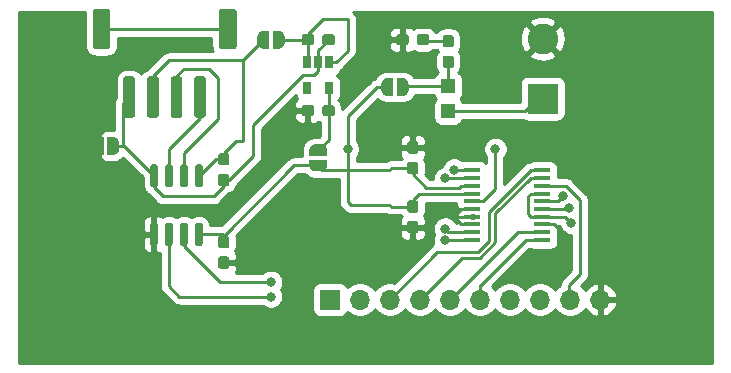
<source format=gtl>
G04 #@! TF.GenerationSoftware,KiCad,Pcbnew,(5.1.5-0)*
G04 #@! TF.CreationDate,2020-02-09T15:42:12-07:00*
G04 #@! TF.ProjectId,dac_proto,6461635f-7072-46f7-946f-2e6b69636164,rev?*
G04 #@! TF.SameCoordinates,Original*
G04 #@! TF.FileFunction,Copper,L1,Top*
G04 #@! TF.FilePolarity,Positive*
%FSLAX46Y46*%
G04 Gerber Fmt 4.6, Leading zero omitted, Abs format (unit mm)*
G04 Created by KiCad (PCBNEW (5.1.5-0)) date 2020-02-09 15:42:12*
%MOMM*%
%LPD*%
G04 APERTURE LIST*
%ADD10R,0.650000X1.060000*%
%ADD11C,0.100000*%
%ADD12C,2.600000*%
%ADD13R,2.600000X2.600000*%
%ADD14O,1.700000X1.700000*%
%ADD15R,1.700000X1.700000*%
%ADD16R,1.450000X0.450000*%
%ADD17R,1.200000X1.200000*%
%ADD18C,0.800000*%
%ADD19C,0.250000*%
%ADD20C,0.254000*%
G04 APERTURE END LIST*
D10*
X186950000Y-81100000D03*
X185050000Y-81100000D03*
X185050000Y-78900000D03*
X186000000Y-78900000D03*
X186950000Y-78900000D03*
G04 #@! TA.AperFunction,SMDPad,CuDef*
D11*
G36*
X193435779Y-76526144D02*
G01*
X193458834Y-76529563D01*
X193481443Y-76535227D01*
X193503387Y-76543079D01*
X193524457Y-76553044D01*
X193544448Y-76565026D01*
X193563168Y-76578910D01*
X193580438Y-76594562D01*
X193596090Y-76611832D01*
X193609974Y-76630552D01*
X193621956Y-76650543D01*
X193631921Y-76671613D01*
X193639773Y-76693557D01*
X193645437Y-76716166D01*
X193648856Y-76739221D01*
X193650000Y-76762500D01*
X193650000Y-77237500D01*
X193648856Y-77260779D01*
X193645437Y-77283834D01*
X193639773Y-77306443D01*
X193631921Y-77328387D01*
X193621956Y-77349457D01*
X193609974Y-77369448D01*
X193596090Y-77388168D01*
X193580438Y-77405438D01*
X193563168Y-77421090D01*
X193544448Y-77434974D01*
X193524457Y-77446956D01*
X193503387Y-77456921D01*
X193481443Y-77464773D01*
X193458834Y-77470437D01*
X193435779Y-77473856D01*
X193412500Y-77475000D01*
X192837500Y-77475000D01*
X192814221Y-77473856D01*
X192791166Y-77470437D01*
X192768557Y-77464773D01*
X192746613Y-77456921D01*
X192725543Y-77446956D01*
X192705552Y-77434974D01*
X192686832Y-77421090D01*
X192669562Y-77405438D01*
X192653910Y-77388168D01*
X192640026Y-77369448D01*
X192628044Y-77349457D01*
X192618079Y-77328387D01*
X192610227Y-77306443D01*
X192604563Y-77283834D01*
X192601144Y-77260779D01*
X192600000Y-77237500D01*
X192600000Y-76762500D01*
X192601144Y-76739221D01*
X192604563Y-76716166D01*
X192610227Y-76693557D01*
X192618079Y-76671613D01*
X192628044Y-76650543D01*
X192640026Y-76630552D01*
X192653910Y-76611832D01*
X192669562Y-76594562D01*
X192686832Y-76578910D01*
X192705552Y-76565026D01*
X192725543Y-76553044D01*
X192746613Y-76543079D01*
X192768557Y-76535227D01*
X192791166Y-76529563D01*
X192814221Y-76526144D01*
X192837500Y-76525000D01*
X193412500Y-76525000D01*
X193435779Y-76526144D01*
G37*
G04 #@! TD.AperFunction*
G04 #@! TA.AperFunction,SMDPad,CuDef*
G36*
X195185779Y-76526144D02*
G01*
X195208834Y-76529563D01*
X195231443Y-76535227D01*
X195253387Y-76543079D01*
X195274457Y-76553044D01*
X195294448Y-76565026D01*
X195313168Y-76578910D01*
X195330438Y-76594562D01*
X195346090Y-76611832D01*
X195359974Y-76630552D01*
X195371956Y-76650543D01*
X195381921Y-76671613D01*
X195389773Y-76693557D01*
X195395437Y-76716166D01*
X195398856Y-76739221D01*
X195400000Y-76762500D01*
X195400000Y-77237500D01*
X195398856Y-77260779D01*
X195395437Y-77283834D01*
X195389773Y-77306443D01*
X195381921Y-77328387D01*
X195371956Y-77349457D01*
X195359974Y-77369448D01*
X195346090Y-77388168D01*
X195330438Y-77405438D01*
X195313168Y-77421090D01*
X195294448Y-77434974D01*
X195274457Y-77446956D01*
X195253387Y-77456921D01*
X195231443Y-77464773D01*
X195208834Y-77470437D01*
X195185779Y-77473856D01*
X195162500Y-77475000D01*
X194587500Y-77475000D01*
X194564221Y-77473856D01*
X194541166Y-77470437D01*
X194518557Y-77464773D01*
X194496613Y-77456921D01*
X194475543Y-77446956D01*
X194455552Y-77434974D01*
X194436832Y-77421090D01*
X194419562Y-77405438D01*
X194403910Y-77388168D01*
X194390026Y-77369448D01*
X194378044Y-77349457D01*
X194368079Y-77328387D01*
X194360227Y-77306443D01*
X194354563Y-77283834D01*
X194351144Y-77260779D01*
X194350000Y-77237500D01*
X194350000Y-76762500D01*
X194351144Y-76739221D01*
X194354563Y-76716166D01*
X194360227Y-76693557D01*
X194368079Y-76671613D01*
X194378044Y-76650543D01*
X194390026Y-76630552D01*
X194403910Y-76611832D01*
X194419562Y-76594562D01*
X194436832Y-76578910D01*
X194455552Y-76565026D01*
X194475543Y-76553044D01*
X194496613Y-76543079D01*
X194518557Y-76535227D01*
X194541166Y-76529563D01*
X194564221Y-76526144D01*
X194587500Y-76525000D01*
X195162500Y-76525000D01*
X195185779Y-76526144D01*
G37*
G04 #@! TD.AperFunction*
G04 #@! TA.AperFunction,SMDPad,CuDef*
G36*
X191850000Y-81749398D02*
G01*
X191825466Y-81749398D01*
X191776635Y-81744588D01*
X191728510Y-81735016D01*
X191681555Y-81720772D01*
X191636222Y-81701995D01*
X191592949Y-81678864D01*
X191552150Y-81651604D01*
X191514221Y-81620476D01*
X191479524Y-81585779D01*
X191448396Y-81547850D01*
X191421136Y-81507051D01*
X191398005Y-81463778D01*
X191379228Y-81418445D01*
X191364984Y-81371490D01*
X191355412Y-81323365D01*
X191350602Y-81274534D01*
X191350602Y-81250000D01*
X191350000Y-81250000D01*
X191350000Y-80750000D01*
X191350602Y-80750000D01*
X191350602Y-80725466D01*
X191355412Y-80676635D01*
X191364984Y-80628510D01*
X191379228Y-80581555D01*
X191398005Y-80536222D01*
X191421136Y-80492949D01*
X191448396Y-80452150D01*
X191479524Y-80414221D01*
X191514221Y-80379524D01*
X191552150Y-80348396D01*
X191592949Y-80321136D01*
X191636222Y-80298005D01*
X191681555Y-80279228D01*
X191728510Y-80264984D01*
X191776635Y-80255412D01*
X191825466Y-80250602D01*
X191850000Y-80250602D01*
X191850000Y-80250000D01*
X192350000Y-80250000D01*
X192350000Y-81750000D01*
X191850000Y-81750000D01*
X191850000Y-81749398D01*
G37*
G04 #@! TD.AperFunction*
G04 #@! TA.AperFunction,SMDPad,CuDef*
G36*
X192650000Y-80250000D02*
G01*
X193150000Y-80250000D01*
X193150000Y-80250602D01*
X193174534Y-80250602D01*
X193223365Y-80255412D01*
X193271490Y-80264984D01*
X193318445Y-80279228D01*
X193363778Y-80298005D01*
X193407051Y-80321136D01*
X193447850Y-80348396D01*
X193485779Y-80379524D01*
X193520476Y-80414221D01*
X193551604Y-80452150D01*
X193578864Y-80492949D01*
X193601995Y-80536222D01*
X193620772Y-80581555D01*
X193635016Y-80628510D01*
X193644588Y-80676635D01*
X193649398Y-80725466D01*
X193649398Y-80750000D01*
X193650000Y-80750000D01*
X193650000Y-81250000D01*
X193649398Y-81250000D01*
X193649398Y-81274534D01*
X193644588Y-81323365D01*
X193635016Y-81371490D01*
X193620772Y-81418445D01*
X193601995Y-81463778D01*
X193578864Y-81507051D01*
X193551604Y-81547850D01*
X193520476Y-81585779D01*
X193485779Y-81620476D01*
X193447850Y-81651604D01*
X193407051Y-81678864D01*
X193363778Y-81701995D01*
X193318445Y-81720772D01*
X193271490Y-81735016D01*
X193223365Y-81744588D01*
X193174534Y-81749398D01*
X193150000Y-81749398D01*
X193150000Y-81750000D01*
X192650000Y-81750000D01*
X192650000Y-80250000D01*
G37*
G04 #@! TD.AperFunction*
G04 #@! TA.AperFunction,SMDPad,CuDef*
G36*
X186749398Y-87650000D02*
G01*
X186749398Y-87674534D01*
X186744588Y-87723365D01*
X186735016Y-87771490D01*
X186720772Y-87818445D01*
X186701995Y-87863778D01*
X186678864Y-87907051D01*
X186651604Y-87947850D01*
X186620476Y-87985779D01*
X186585779Y-88020476D01*
X186547850Y-88051604D01*
X186507051Y-88078864D01*
X186463778Y-88101995D01*
X186418445Y-88120772D01*
X186371490Y-88135016D01*
X186323365Y-88144588D01*
X186274534Y-88149398D01*
X186250000Y-88149398D01*
X186250000Y-88150000D01*
X185750000Y-88150000D01*
X185750000Y-88149398D01*
X185725466Y-88149398D01*
X185676635Y-88144588D01*
X185628510Y-88135016D01*
X185581555Y-88120772D01*
X185536222Y-88101995D01*
X185492949Y-88078864D01*
X185452150Y-88051604D01*
X185414221Y-88020476D01*
X185379524Y-87985779D01*
X185348396Y-87947850D01*
X185321136Y-87907051D01*
X185298005Y-87863778D01*
X185279228Y-87818445D01*
X185264984Y-87771490D01*
X185255412Y-87723365D01*
X185250602Y-87674534D01*
X185250602Y-87650000D01*
X185250000Y-87650000D01*
X185250000Y-87150000D01*
X186750000Y-87150000D01*
X186750000Y-87650000D01*
X186749398Y-87650000D01*
G37*
G04 #@! TD.AperFunction*
G04 #@! TA.AperFunction,SMDPad,CuDef*
G36*
X185250000Y-86850000D02*
G01*
X185250000Y-86350000D01*
X185250602Y-86350000D01*
X185250602Y-86325466D01*
X185255412Y-86276635D01*
X185264984Y-86228510D01*
X185279228Y-86181555D01*
X185298005Y-86136222D01*
X185321136Y-86092949D01*
X185348396Y-86052150D01*
X185379524Y-86014221D01*
X185414221Y-85979524D01*
X185452150Y-85948396D01*
X185492949Y-85921136D01*
X185536222Y-85898005D01*
X185581555Y-85879228D01*
X185628510Y-85864984D01*
X185676635Y-85855412D01*
X185725466Y-85850602D01*
X185750000Y-85850602D01*
X185750000Y-85850000D01*
X186250000Y-85850000D01*
X186250000Y-85850602D01*
X186274534Y-85850602D01*
X186323365Y-85855412D01*
X186371490Y-85864984D01*
X186418445Y-85879228D01*
X186463778Y-85898005D01*
X186507051Y-85921136D01*
X186547850Y-85948396D01*
X186585779Y-85979524D01*
X186620476Y-86014221D01*
X186651604Y-86052150D01*
X186678864Y-86092949D01*
X186701995Y-86136222D01*
X186720772Y-86181555D01*
X186735016Y-86228510D01*
X186744588Y-86276635D01*
X186749398Y-86325466D01*
X186749398Y-86350000D01*
X186750000Y-86350000D01*
X186750000Y-86850000D01*
X185250000Y-86850000D01*
G37*
G04 #@! TD.AperFunction*
G04 #@! TA.AperFunction,SMDPad,CuDef*
G36*
X167350000Y-86749398D02*
G01*
X167325466Y-86749398D01*
X167276635Y-86744588D01*
X167228510Y-86735016D01*
X167181555Y-86720772D01*
X167136222Y-86701995D01*
X167092949Y-86678864D01*
X167052150Y-86651604D01*
X167014221Y-86620476D01*
X166979524Y-86585779D01*
X166948396Y-86547850D01*
X166921136Y-86507051D01*
X166898005Y-86463778D01*
X166879228Y-86418445D01*
X166864984Y-86371490D01*
X166855412Y-86323365D01*
X166850602Y-86274534D01*
X166850602Y-86250000D01*
X166850000Y-86250000D01*
X166850000Y-85750000D01*
X166850602Y-85750000D01*
X166850602Y-85725466D01*
X166855412Y-85676635D01*
X166864984Y-85628510D01*
X166879228Y-85581555D01*
X166898005Y-85536222D01*
X166921136Y-85492949D01*
X166948396Y-85452150D01*
X166979524Y-85414221D01*
X167014221Y-85379524D01*
X167052150Y-85348396D01*
X167092949Y-85321136D01*
X167136222Y-85298005D01*
X167181555Y-85279228D01*
X167228510Y-85264984D01*
X167276635Y-85255412D01*
X167325466Y-85250602D01*
X167350000Y-85250602D01*
X167350000Y-85250000D01*
X167850000Y-85250000D01*
X167850000Y-86750000D01*
X167350000Y-86750000D01*
X167350000Y-86749398D01*
G37*
G04 #@! TD.AperFunction*
G04 #@! TA.AperFunction,SMDPad,CuDef*
G36*
X168150000Y-85250000D02*
G01*
X168650000Y-85250000D01*
X168650000Y-85250602D01*
X168674534Y-85250602D01*
X168723365Y-85255412D01*
X168771490Y-85264984D01*
X168818445Y-85279228D01*
X168863778Y-85298005D01*
X168907051Y-85321136D01*
X168947850Y-85348396D01*
X168985779Y-85379524D01*
X169020476Y-85414221D01*
X169051604Y-85452150D01*
X169078864Y-85492949D01*
X169101995Y-85536222D01*
X169120772Y-85581555D01*
X169135016Y-85628510D01*
X169144588Y-85676635D01*
X169149398Y-85725466D01*
X169149398Y-85750000D01*
X169150000Y-85750000D01*
X169150000Y-86250000D01*
X169149398Y-86250000D01*
X169149398Y-86274534D01*
X169144588Y-86323365D01*
X169135016Y-86371490D01*
X169120772Y-86418445D01*
X169101995Y-86463778D01*
X169078864Y-86507051D01*
X169051604Y-86547850D01*
X169020476Y-86585779D01*
X168985779Y-86620476D01*
X168947850Y-86651604D01*
X168907051Y-86678864D01*
X168863778Y-86701995D01*
X168818445Y-86720772D01*
X168771490Y-86735016D01*
X168723365Y-86744588D01*
X168674534Y-86749398D01*
X168650000Y-86749398D01*
X168650000Y-86750000D01*
X168150000Y-86750000D01*
X168150000Y-85250000D01*
G37*
G04 #@! TD.AperFunction*
G04 #@! TA.AperFunction,SMDPad,CuDef*
G36*
X182650000Y-76250602D02*
G01*
X182674534Y-76250602D01*
X182723365Y-76255412D01*
X182771490Y-76264984D01*
X182818445Y-76279228D01*
X182863778Y-76298005D01*
X182907051Y-76321136D01*
X182947850Y-76348396D01*
X182985779Y-76379524D01*
X183020476Y-76414221D01*
X183051604Y-76452150D01*
X183078864Y-76492949D01*
X183101995Y-76536222D01*
X183120772Y-76581555D01*
X183135016Y-76628510D01*
X183144588Y-76676635D01*
X183149398Y-76725466D01*
X183149398Y-76750000D01*
X183150000Y-76750000D01*
X183150000Y-77250000D01*
X183149398Y-77250000D01*
X183149398Y-77274534D01*
X183144588Y-77323365D01*
X183135016Y-77371490D01*
X183120772Y-77418445D01*
X183101995Y-77463778D01*
X183078864Y-77507051D01*
X183051604Y-77547850D01*
X183020476Y-77585779D01*
X182985779Y-77620476D01*
X182947850Y-77651604D01*
X182907051Y-77678864D01*
X182863778Y-77701995D01*
X182818445Y-77720772D01*
X182771490Y-77735016D01*
X182723365Y-77744588D01*
X182674534Y-77749398D01*
X182650000Y-77749398D01*
X182650000Y-77750000D01*
X182150000Y-77750000D01*
X182150000Y-76250000D01*
X182650000Y-76250000D01*
X182650000Y-76250602D01*
G37*
G04 #@! TD.AperFunction*
G04 #@! TA.AperFunction,SMDPad,CuDef*
G36*
X181850000Y-77750000D02*
G01*
X181350000Y-77750000D01*
X181350000Y-77749398D01*
X181325466Y-77749398D01*
X181276635Y-77744588D01*
X181228510Y-77735016D01*
X181181555Y-77720772D01*
X181136222Y-77701995D01*
X181092949Y-77678864D01*
X181052150Y-77651604D01*
X181014221Y-77620476D01*
X180979524Y-77585779D01*
X180948396Y-77547850D01*
X180921136Y-77507051D01*
X180898005Y-77463778D01*
X180879228Y-77418445D01*
X180864984Y-77371490D01*
X180855412Y-77323365D01*
X180850602Y-77274534D01*
X180850602Y-77250000D01*
X180850000Y-77250000D01*
X180850000Y-76750000D01*
X180850602Y-76750000D01*
X180850602Y-76725466D01*
X180855412Y-76676635D01*
X180864984Y-76628510D01*
X180879228Y-76581555D01*
X180898005Y-76536222D01*
X180921136Y-76492949D01*
X180948396Y-76452150D01*
X180979524Y-76414221D01*
X181014221Y-76379524D01*
X181052150Y-76348396D01*
X181092949Y-76321136D01*
X181136222Y-76298005D01*
X181181555Y-76279228D01*
X181228510Y-76264984D01*
X181276635Y-76255412D01*
X181325466Y-76250602D01*
X181350000Y-76250602D01*
X181350000Y-76250000D01*
X181850000Y-76250000D01*
X181850000Y-77750000D01*
G37*
G04 #@! TD.AperFunction*
D12*
X205000000Y-76920000D03*
D13*
X205000000Y-82000000D03*
D14*
X209860000Y-99000000D03*
X207320000Y-99000000D03*
X204780000Y-99000000D03*
X202240000Y-99000000D03*
X199700000Y-99000000D03*
X197160000Y-99000000D03*
X194620000Y-99000000D03*
X192080000Y-99000000D03*
X189540000Y-99000000D03*
D15*
X187000000Y-99000000D03*
G04 #@! TA.AperFunction,SMDPad,CuDef*
D11*
G36*
X168174504Y-74401204D02*
G01*
X168198773Y-74404804D01*
X168222571Y-74410765D01*
X168245671Y-74419030D01*
X168267849Y-74429520D01*
X168288893Y-74442133D01*
X168308598Y-74456747D01*
X168326777Y-74473223D01*
X168343253Y-74491402D01*
X168357867Y-74511107D01*
X168370480Y-74532151D01*
X168380970Y-74554329D01*
X168389235Y-74577429D01*
X168395196Y-74601227D01*
X168398796Y-74625496D01*
X168400000Y-74650000D01*
X168400000Y-77550000D01*
X168398796Y-77574504D01*
X168395196Y-77598773D01*
X168389235Y-77622571D01*
X168380970Y-77645671D01*
X168370480Y-77667849D01*
X168357867Y-77688893D01*
X168343253Y-77708598D01*
X168326777Y-77726777D01*
X168308598Y-77743253D01*
X168288893Y-77757867D01*
X168267849Y-77770480D01*
X168245671Y-77780970D01*
X168222571Y-77789235D01*
X168198773Y-77795196D01*
X168174504Y-77798796D01*
X168150000Y-77800000D01*
X167150000Y-77800000D01*
X167125496Y-77798796D01*
X167101227Y-77795196D01*
X167077429Y-77789235D01*
X167054329Y-77780970D01*
X167032151Y-77770480D01*
X167011107Y-77757867D01*
X166991402Y-77743253D01*
X166973223Y-77726777D01*
X166956747Y-77708598D01*
X166942133Y-77688893D01*
X166929520Y-77667849D01*
X166919030Y-77645671D01*
X166910765Y-77622571D01*
X166904804Y-77598773D01*
X166901204Y-77574504D01*
X166900000Y-77550000D01*
X166900000Y-74650000D01*
X166901204Y-74625496D01*
X166904804Y-74601227D01*
X166910765Y-74577429D01*
X166919030Y-74554329D01*
X166929520Y-74532151D01*
X166942133Y-74511107D01*
X166956747Y-74491402D01*
X166973223Y-74473223D01*
X166991402Y-74456747D01*
X167011107Y-74442133D01*
X167032151Y-74429520D01*
X167054329Y-74419030D01*
X167077429Y-74410765D01*
X167101227Y-74404804D01*
X167125496Y-74401204D01*
X167150000Y-74400000D01*
X168150000Y-74400000D01*
X168174504Y-74401204D01*
G37*
G04 #@! TD.AperFunction*
G04 #@! TA.AperFunction,SMDPad,CuDef*
G36*
X178874504Y-74401204D02*
G01*
X178898773Y-74404804D01*
X178922571Y-74410765D01*
X178945671Y-74419030D01*
X178967849Y-74429520D01*
X178988893Y-74442133D01*
X179008598Y-74456747D01*
X179026777Y-74473223D01*
X179043253Y-74491402D01*
X179057867Y-74511107D01*
X179070480Y-74532151D01*
X179080970Y-74554329D01*
X179089235Y-74577429D01*
X179095196Y-74601227D01*
X179098796Y-74625496D01*
X179100000Y-74650000D01*
X179100000Y-77550000D01*
X179098796Y-77574504D01*
X179095196Y-77598773D01*
X179089235Y-77622571D01*
X179080970Y-77645671D01*
X179070480Y-77667849D01*
X179057867Y-77688893D01*
X179043253Y-77708598D01*
X179026777Y-77726777D01*
X179008598Y-77743253D01*
X178988893Y-77757867D01*
X178967849Y-77770480D01*
X178945671Y-77780970D01*
X178922571Y-77789235D01*
X178898773Y-77795196D01*
X178874504Y-77798796D01*
X178850000Y-77800000D01*
X177850000Y-77800000D01*
X177825496Y-77798796D01*
X177801227Y-77795196D01*
X177777429Y-77789235D01*
X177754329Y-77780970D01*
X177732151Y-77770480D01*
X177711107Y-77757867D01*
X177691402Y-77743253D01*
X177673223Y-77726777D01*
X177656747Y-77708598D01*
X177642133Y-77688893D01*
X177629520Y-77667849D01*
X177619030Y-77645671D01*
X177610765Y-77622571D01*
X177604804Y-77598773D01*
X177601204Y-77574504D01*
X177600000Y-77550000D01*
X177600000Y-74650000D01*
X177601204Y-74625496D01*
X177604804Y-74601227D01*
X177610765Y-74577429D01*
X177619030Y-74554329D01*
X177629520Y-74532151D01*
X177642133Y-74511107D01*
X177656747Y-74491402D01*
X177673223Y-74473223D01*
X177691402Y-74456747D01*
X177711107Y-74442133D01*
X177732151Y-74429520D01*
X177754329Y-74419030D01*
X177777429Y-74410765D01*
X177801227Y-74404804D01*
X177825496Y-74401204D01*
X177850000Y-74400000D01*
X178850000Y-74400000D01*
X178874504Y-74401204D01*
G37*
G04 #@! TD.AperFunction*
G04 #@! TA.AperFunction,SMDPad,CuDef*
G36*
X170274504Y-80101204D02*
G01*
X170298773Y-80104804D01*
X170322571Y-80110765D01*
X170345671Y-80119030D01*
X170367849Y-80129520D01*
X170388893Y-80142133D01*
X170408598Y-80156747D01*
X170426777Y-80173223D01*
X170443253Y-80191402D01*
X170457867Y-80211107D01*
X170470480Y-80232151D01*
X170480970Y-80254329D01*
X170489235Y-80277429D01*
X170495196Y-80301227D01*
X170498796Y-80325496D01*
X170500000Y-80350000D01*
X170500000Y-83350000D01*
X170498796Y-83374504D01*
X170495196Y-83398773D01*
X170489235Y-83422571D01*
X170480970Y-83445671D01*
X170470480Y-83467849D01*
X170457867Y-83488893D01*
X170443253Y-83508598D01*
X170426777Y-83526777D01*
X170408598Y-83543253D01*
X170388893Y-83557867D01*
X170367849Y-83570480D01*
X170345671Y-83580970D01*
X170322571Y-83589235D01*
X170298773Y-83595196D01*
X170274504Y-83598796D01*
X170250000Y-83600000D01*
X169750000Y-83600000D01*
X169725496Y-83598796D01*
X169701227Y-83595196D01*
X169677429Y-83589235D01*
X169654329Y-83580970D01*
X169632151Y-83570480D01*
X169611107Y-83557867D01*
X169591402Y-83543253D01*
X169573223Y-83526777D01*
X169556747Y-83508598D01*
X169542133Y-83488893D01*
X169529520Y-83467849D01*
X169519030Y-83445671D01*
X169510765Y-83422571D01*
X169504804Y-83398773D01*
X169501204Y-83374504D01*
X169500000Y-83350000D01*
X169500000Y-80350000D01*
X169501204Y-80325496D01*
X169504804Y-80301227D01*
X169510765Y-80277429D01*
X169519030Y-80254329D01*
X169529520Y-80232151D01*
X169542133Y-80211107D01*
X169556747Y-80191402D01*
X169573223Y-80173223D01*
X169591402Y-80156747D01*
X169611107Y-80142133D01*
X169632151Y-80129520D01*
X169654329Y-80119030D01*
X169677429Y-80110765D01*
X169701227Y-80104804D01*
X169725496Y-80101204D01*
X169750000Y-80100000D01*
X170250000Y-80100000D01*
X170274504Y-80101204D01*
G37*
G04 #@! TD.AperFunction*
G04 #@! TA.AperFunction,SMDPad,CuDef*
G36*
X172274504Y-80101204D02*
G01*
X172298773Y-80104804D01*
X172322571Y-80110765D01*
X172345671Y-80119030D01*
X172367849Y-80129520D01*
X172388893Y-80142133D01*
X172408598Y-80156747D01*
X172426777Y-80173223D01*
X172443253Y-80191402D01*
X172457867Y-80211107D01*
X172470480Y-80232151D01*
X172480970Y-80254329D01*
X172489235Y-80277429D01*
X172495196Y-80301227D01*
X172498796Y-80325496D01*
X172500000Y-80350000D01*
X172500000Y-83350000D01*
X172498796Y-83374504D01*
X172495196Y-83398773D01*
X172489235Y-83422571D01*
X172480970Y-83445671D01*
X172470480Y-83467849D01*
X172457867Y-83488893D01*
X172443253Y-83508598D01*
X172426777Y-83526777D01*
X172408598Y-83543253D01*
X172388893Y-83557867D01*
X172367849Y-83570480D01*
X172345671Y-83580970D01*
X172322571Y-83589235D01*
X172298773Y-83595196D01*
X172274504Y-83598796D01*
X172250000Y-83600000D01*
X171750000Y-83600000D01*
X171725496Y-83598796D01*
X171701227Y-83595196D01*
X171677429Y-83589235D01*
X171654329Y-83580970D01*
X171632151Y-83570480D01*
X171611107Y-83557867D01*
X171591402Y-83543253D01*
X171573223Y-83526777D01*
X171556747Y-83508598D01*
X171542133Y-83488893D01*
X171529520Y-83467849D01*
X171519030Y-83445671D01*
X171510765Y-83422571D01*
X171504804Y-83398773D01*
X171501204Y-83374504D01*
X171500000Y-83350000D01*
X171500000Y-80350000D01*
X171501204Y-80325496D01*
X171504804Y-80301227D01*
X171510765Y-80277429D01*
X171519030Y-80254329D01*
X171529520Y-80232151D01*
X171542133Y-80211107D01*
X171556747Y-80191402D01*
X171573223Y-80173223D01*
X171591402Y-80156747D01*
X171611107Y-80142133D01*
X171632151Y-80129520D01*
X171654329Y-80119030D01*
X171677429Y-80110765D01*
X171701227Y-80104804D01*
X171725496Y-80101204D01*
X171750000Y-80100000D01*
X172250000Y-80100000D01*
X172274504Y-80101204D01*
G37*
G04 #@! TD.AperFunction*
G04 #@! TA.AperFunction,SMDPad,CuDef*
G36*
X174274504Y-80101204D02*
G01*
X174298773Y-80104804D01*
X174322571Y-80110765D01*
X174345671Y-80119030D01*
X174367849Y-80129520D01*
X174388893Y-80142133D01*
X174408598Y-80156747D01*
X174426777Y-80173223D01*
X174443253Y-80191402D01*
X174457867Y-80211107D01*
X174470480Y-80232151D01*
X174480970Y-80254329D01*
X174489235Y-80277429D01*
X174495196Y-80301227D01*
X174498796Y-80325496D01*
X174500000Y-80350000D01*
X174500000Y-83350000D01*
X174498796Y-83374504D01*
X174495196Y-83398773D01*
X174489235Y-83422571D01*
X174480970Y-83445671D01*
X174470480Y-83467849D01*
X174457867Y-83488893D01*
X174443253Y-83508598D01*
X174426777Y-83526777D01*
X174408598Y-83543253D01*
X174388893Y-83557867D01*
X174367849Y-83570480D01*
X174345671Y-83580970D01*
X174322571Y-83589235D01*
X174298773Y-83595196D01*
X174274504Y-83598796D01*
X174250000Y-83600000D01*
X173750000Y-83600000D01*
X173725496Y-83598796D01*
X173701227Y-83595196D01*
X173677429Y-83589235D01*
X173654329Y-83580970D01*
X173632151Y-83570480D01*
X173611107Y-83557867D01*
X173591402Y-83543253D01*
X173573223Y-83526777D01*
X173556747Y-83508598D01*
X173542133Y-83488893D01*
X173529520Y-83467849D01*
X173519030Y-83445671D01*
X173510765Y-83422571D01*
X173504804Y-83398773D01*
X173501204Y-83374504D01*
X173500000Y-83350000D01*
X173500000Y-80350000D01*
X173501204Y-80325496D01*
X173504804Y-80301227D01*
X173510765Y-80277429D01*
X173519030Y-80254329D01*
X173529520Y-80232151D01*
X173542133Y-80211107D01*
X173556747Y-80191402D01*
X173573223Y-80173223D01*
X173591402Y-80156747D01*
X173611107Y-80142133D01*
X173632151Y-80129520D01*
X173654329Y-80119030D01*
X173677429Y-80110765D01*
X173701227Y-80104804D01*
X173725496Y-80101204D01*
X173750000Y-80100000D01*
X174250000Y-80100000D01*
X174274504Y-80101204D01*
G37*
G04 #@! TD.AperFunction*
G04 #@! TA.AperFunction,SMDPad,CuDef*
G36*
X176274504Y-80101204D02*
G01*
X176298773Y-80104804D01*
X176322571Y-80110765D01*
X176345671Y-80119030D01*
X176367849Y-80129520D01*
X176388893Y-80142133D01*
X176408598Y-80156747D01*
X176426777Y-80173223D01*
X176443253Y-80191402D01*
X176457867Y-80211107D01*
X176470480Y-80232151D01*
X176480970Y-80254329D01*
X176489235Y-80277429D01*
X176495196Y-80301227D01*
X176498796Y-80325496D01*
X176500000Y-80350000D01*
X176500000Y-83350000D01*
X176498796Y-83374504D01*
X176495196Y-83398773D01*
X176489235Y-83422571D01*
X176480970Y-83445671D01*
X176470480Y-83467849D01*
X176457867Y-83488893D01*
X176443253Y-83508598D01*
X176426777Y-83526777D01*
X176408598Y-83543253D01*
X176388893Y-83557867D01*
X176367849Y-83570480D01*
X176345671Y-83580970D01*
X176322571Y-83589235D01*
X176298773Y-83595196D01*
X176274504Y-83598796D01*
X176250000Y-83600000D01*
X175750000Y-83600000D01*
X175725496Y-83598796D01*
X175701227Y-83595196D01*
X175677429Y-83589235D01*
X175654329Y-83580970D01*
X175632151Y-83570480D01*
X175611107Y-83557867D01*
X175591402Y-83543253D01*
X175573223Y-83526777D01*
X175556747Y-83508598D01*
X175542133Y-83488893D01*
X175529520Y-83467849D01*
X175519030Y-83445671D01*
X175510765Y-83422571D01*
X175504804Y-83398773D01*
X175501204Y-83374504D01*
X175500000Y-83350000D01*
X175500000Y-80350000D01*
X175501204Y-80325496D01*
X175504804Y-80301227D01*
X175510765Y-80277429D01*
X175519030Y-80254329D01*
X175529520Y-80232151D01*
X175542133Y-80211107D01*
X175556747Y-80191402D01*
X175573223Y-80173223D01*
X175591402Y-80156747D01*
X175611107Y-80142133D01*
X175632151Y-80129520D01*
X175654329Y-80119030D01*
X175677429Y-80110765D01*
X175701227Y-80104804D01*
X175725496Y-80101204D01*
X175750000Y-80100000D01*
X176250000Y-80100000D01*
X176274504Y-80101204D01*
G37*
G04 #@! TD.AperFunction*
G04 #@! TA.AperFunction,SMDPad,CuDef*
G36*
X176069703Y-92500722D02*
G01*
X176084264Y-92502882D01*
X176098543Y-92506459D01*
X176112403Y-92511418D01*
X176125710Y-92517712D01*
X176138336Y-92525280D01*
X176150159Y-92534048D01*
X176161066Y-92543934D01*
X176170952Y-92554841D01*
X176179720Y-92566664D01*
X176187288Y-92579290D01*
X176193582Y-92592597D01*
X176198541Y-92606457D01*
X176202118Y-92620736D01*
X176204278Y-92635297D01*
X176205000Y-92650000D01*
X176205000Y-94300000D01*
X176204278Y-94314703D01*
X176202118Y-94329264D01*
X176198541Y-94343543D01*
X176193582Y-94357403D01*
X176187288Y-94370710D01*
X176179720Y-94383336D01*
X176170952Y-94395159D01*
X176161066Y-94406066D01*
X176150159Y-94415952D01*
X176138336Y-94424720D01*
X176125710Y-94432288D01*
X176112403Y-94438582D01*
X176098543Y-94443541D01*
X176084264Y-94447118D01*
X176069703Y-94449278D01*
X176055000Y-94450000D01*
X175755000Y-94450000D01*
X175740297Y-94449278D01*
X175725736Y-94447118D01*
X175711457Y-94443541D01*
X175697597Y-94438582D01*
X175684290Y-94432288D01*
X175671664Y-94424720D01*
X175659841Y-94415952D01*
X175648934Y-94406066D01*
X175639048Y-94395159D01*
X175630280Y-94383336D01*
X175622712Y-94370710D01*
X175616418Y-94357403D01*
X175611459Y-94343543D01*
X175607882Y-94329264D01*
X175605722Y-94314703D01*
X175605000Y-94300000D01*
X175605000Y-92650000D01*
X175605722Y-92635297D01*
X175607882Y-92620736D01*
X175611459Y-92606457D01*
X175616418Y-92592597D01*
X175622712Y-92579290D01*
X175630280Y-92566664D01*
X175639048Y-92554841D01*
X175648934Y-92543934D01*
X175659841Y-92534048D01*
X175671664Y-92525280D01*
X175684290Y-92517712D01*
X175697597Y-92511418D01*
X175711457Y-92506459D01*
X175725736Y-92502882D01*
X175740297Y-92500722D01*
X175755000Y-92500000D01*
X176055000Y-92500000D01*
X176069703Y-92500722D01*
G37*
G04 #@! TD.AperFunction*
G04 #@! TA.AperFunction,SMDPad,CuDef*
G36*
X174799703Y-92500722D02*
G01*
X174814264Y-92502882D01*
X174828543Y-92506459D01*
X174842403Y-92511418D01*
X174855710Y-92517712D01*
X174868336Y-92525280D01*
X174880159Y-92534048D01*
X174891066Y-92543934D01*
X174900952Y-92554841D01*
X174909720Y-92566664D01*
X174917288Y-92579290D01*
X174923582Y-92592597D01*
X174928541Y-92606457D01*
X174932118Y-92620736D01*
X174934278Y-92635297D01*
X174935000Y-92650000D01*
X174935000Y-94300000D01*
X174934278Y-94314703D01*
X174932118Y-94329264D01*
X174928541Y-94343543D01*
X174923582Y-94357403D01*
X174917288Y-94370710D01*
X174909720Y-94383336D01*
X174900952Y-94395159D01*
X174891066Y-94406066D01*
X174880159Y-94415952D01*
X174868336Y-94424720D01*
X174855710Y-94432288D01*
X174842403Y-94438582D01*
X174828543Y-94443541D01*
X174814264Y-94447118D01*
X174799703Y-94449278D01*
X174785000Y-94450000D01*
X174485000Y-94450000D01*
X174470297Y-94449278D01*
X174455736Y-94447118D01*
X174441457Y-94443541D01*
X174427597Y-94438582D01*
X174414290Y-94432288D01*
X174401664Y-94424720D01*
X174389841Y-94415952D01*
X174378934Y-94406066D01*
X174369048Y-94395159D01*
X174360280Y-94383336D01*
X174352712Y-94370710D01*
X174346418Y-94357403D01*
X174341459Y-94343543D01*
X174337882Y-94329264D01*
X174335722Y-94314703D01*
X174335000Y-94300000D01*
X174335000Y-92650000D01*
X174335722Y-92635297D01*
X174337882Y-92620736D01*
X174341459Y-92606457D01*
X174346418Y-92592597D01*
X174352712Y-92579290D01*
X174360280Y-92566664D01*
X174369048Y-92554841D01*
X174378934Y-92543934D01*
X174389841Y-92534048D01*
X174401664Y-92525280D01*
X174414290Y-92517712D01*
X174427597Y-92511418D01*
X174441457Y-92506459D01*
X174455736Y-92502882D01*
X174470297Y-92500722D01*
X174485000Y-92500000D01*
X174785000Y-92500000D01*
X174799703Y-92500722D01*
G37*
G04 #@! TD.AperFunction*
G04 #@! TA.AperFunction,SMDPad,CuDef*
G36*
X173529703Y-92500722D02*
G01*
X173544264Y-92502882D01*
X173558543Y-92506459D01*
X173572403Y-92511418D01*
X173585710Y-92517712D01*
X173598336Y-92525280D01*
X173610159Y-92534048D01*
X173621066Y-92543934D01*
X173630952Y-92554841D01*
X173639720Y-92566664D01*
X173647288Y-92579290D01*
X173653582Y-92592597D01*
X173658541Y-92606457D01*
X173662118Y-92620736D01*
X173664278Y-92635297D01*
X173665000Y-92650000D01*
X173665000Y-94300000D01*
X173664278Y-94314703D01*
X173662118Y-94329264D01*
X173658541Y-94343543D01*
X173653582Y-94357403D01*
X173647288Y-94370710D01*
X173639720Y-94383336D01*
X173630952Y-94395159D01*
X173621066Y-94406066D01*
X173610159Y-94415952D01*
X173598336Y-94424720D01*
X173585710Y-94432288D01*
X173572403Y-94438582D01*
X173558543Y-94443541D01*
X173544264Y-94447118D01*
X173529703Y-94449278D01*
X173515000Y-94450000D01*
X173215000Y-94450000D01*
X173200297Y-94449278D01*
X173185736Y-94447118D01*
X173171457Y-94443541D01*
X173157597Y-94438582D01*
X173144290Y-94432288D01*
X173131664Y-94424720D01*
X173119841Y-94415952D01*
X173108934Y-94406066D01*
X173099048Y-94395159D01*
X173090280Y-94383336D01*
X173082712Y-94370710D01*
X173076418Y-94357403D01*
X173071459Y-94343543D01*
X173067882Y-94329264D01*
X173065722Y-94314703D01*
X173065000Y-94300000D01*
X173065000Y-92650000D01*
X173065722Y-92635297D01*
X173067882Y-92620736D01*
X173071459Y-92606457D01*
X173076418Y-92592597D01*
X173082712Y-92579290D01*
X173090280Y-92566664D01*
X173099048Y-92554841D01*
X173108934Y-92543934D01*
X173119841Y-92534048D01*
X173131664Y-92525280D01*
X173144290Y-92517712D01*
X173157597Y-92511418D01*
X173171457Y-92506459D01*
X173185736Y-92502882D01*
X173200297Y-92500722D01*
X173215000Y-92500000D01*
X173515000Y-92500000D01*
X173529703Y-92500722D01*
G37*
G04 #@! TD.AperFunction*
G04 #@! TA.AperFunction,SMDPad,CuDef*
G36*
X172259703Y-92500722D02*
G01*
X172274264Y-92502882D01*
X172288543Y-92506459D01*
X172302403Y-92511418D01*
X172315710Y-92517712D01*
X172328336Y-92525280D01*
X172340159Y-92534048D01*
X172351066Y-92543934D01*
X172360952Y-92554841D01*
X172369720Y-92566664D01*
X172377288Y-92579290D01*
X172383582Y-92592597D01*
X172388541Y-92606457D01*
X172392118Y-92620736D01*
X172394278Y-92635297D01*
X172395000Y-92650000D01*
X172395000Y-94300000D01*
X172394278Y-94314703D01*
X172392118Y-94329264D01*
X172388541Y-94343543D01*
X172383582Y-94357403D01*
X172377288Y-94370710D01*
X172369720Y-94383336D01*
X172360952Y-94395159D01*
X172351066Y-94406066D01*
X172340159Y-94415952D01*
X172328336Y-94424720D01*
X172315710Y-94432288D01*
X172302403Y-94438582D01*
X172288543Y-94443541D01*
X172274264Y-94447118D01*
X172259703Y-94449278D01*
X172245000Y-94450000D01*
X171945000Y-94450000D01*
X171930297Y-94449278D01*
X171915736Y-94447118D01*
X171901457Y-94443541D01*
X171887597Y-94438582D01*
X171874290Y-94432288D01*
X171861664Y-94424720D01*
X171849841Y-94415952D01*
X171838934Y-94406066D01*
X171829048Y-94395159D01*
X171820280Y-94383336D01*
X171812712Y-94370710D01*
X171806418Y-94357403D01*
X171801459Y-94343543D01*
X171797882Y-94329264D01*
X171795722Y-94314703D01*
X171795000Y-94300000D01*
X171795000Y-92650000D01*
X171795722Y-92635297D01*
X171797882Y-92620736D01*
X171801459Y-92606457D01*
X171806418Y-92592597D01*
X171812712Y-92579290D01*
X171820280Y-92566664D01*
X171829048Y-92554841D01*
X171838934Y-92543934D01*
X171849841Y-92534048D01*
X171861664Y-92525280D01*
X171874290Y-92517712D01*
X171887597Y-92511418D01*
X171901457Y-92506459D01*
X171915736Y-92502882D01*
X171930297Y-92500722D01*
X171945000Y-92500000D01*
X172245000Y-92500000D01*
X172259703Y-92500722D01*
G37*
G04 #@! TD.AperFunction*
G04 #@! TA.AperFunction,SMDPad,CuDef*
G36*
X172259703Y-87550722D02*
G01*
X172274264Y-87552882D01*
X172288543Y-87556459D01*
X172302403Y-87561418D01*
X172315710Y-87567712D01*
X172328336Y-87575280D01*
X172340159Y-87584048D01*
X172351066Y-87593934D01*
X172360952Y-87604841D01*
X172369720Y-87616664D01*
X172377288Y-87629290D01*
X172383582Y-87642597D01*
X172388541Y-87656457D01*
X172392118Y-87670736D01*
X172394278Y-87685297D01*
X172395000Y-87700000D01*
X172395000Y-89350000D01*
X172394278Y-89364703D01*
X172392118Y-89379264D01*
X172388541Y-89393543D01*
X172383582Y-89407403D01*
X172377288Y-89420710D01*
X172369720Y-89433336D01*
X172360952Y-89445159D01*
X172351066Y-89456066D01*
X172340159Y-89465952D01*
X172328336Y-89474720D01*
X172315710Y-89482288D01*
X172302403Y-89488582D01*
X172288543Y-89493541D01*
X172274264Y-89497118D01*
X172259703Y-89499278D01*
X172245000Y-89500000D01*
X171945000Y-89500000D01*
X171930297Y-89499278D01*
X171915736Y-89497118D01*
X171901457Y-89493541D01*
X171887597Y-89488582D01*
X171874290Y-89482288D01*
X171861664Y-89474720D01*
X171849841Y-89465952D01*
X171838934Y-89456066D01*
X171829048Y-89445159D01*
X171820280Y-89433336D01*
X171812712Y-89420710D01*
X171806418Y-89407403D01*
X171801459Y-89393543D01*
X171797882Y-89379264D01*
X171795722Y-89364703D01*
X171795000Y-89350000D01*
X171795000Y-87700000D01*
X171795722Y-87685297D01*
X171797882Y-87670736D01*
X171801459Y-87656457D01*
X171806418Y-87642597D01*
X171812712Y-87629290D01*
X171820280Y-87616664D01*
X171829048Y-87604841D01*
X171838934Y-87593934D01*
X171849841Y-87584048D01*
X171861664Y-87575280D01*
X171874290Y-87567712D01*
X171887597Y-87561418D01*
X171901457Y-87556459D01*
X171915736Y-87552882D01*
X171930297Y-87550722D01*
X171945000Y-87550000D01*
X172245000Y-87550000D01*
X172259703Y-87550722D01*
G37*
G04 #@! TD.AperFunction*
G04 #@! TA.AperFunction,SMDPad,CuDef*
G36*
X173529703Y-87550722D02*
G01*
X173544264Y-87552882D01*
X173558543Y-87556459D01*
X173572403Y-87561418D01*
X173585710Y-87567712D01*
X173598336Y-87575280D01*
X173610159Y-87584048D01*
X173621066Y-87593934D01*
X173630952Y-87604841D01*
X173639720Y-87616664D01*
X173647288Y-87629290D01*
X173653582Y-87642597D01*
X173658541Y-87656457D01*
X173662118Y-87670736D01*
X173664278Y-87685297D01*
X173665000Y-87700000D01*
X173665000Y-89350000D01*
X173664278Y-89364703D01*
X173662118Y-89379264D01*
X173658541Y-89393543D01*
X173653582Y-89407403D01*
X173647288Y-89420710D01*
X173639720Y-89433336D01*
X173630952Y-89445159D01*
X173621066Y-89456066D01*
X173610159Y-89465952D01*
X173598336Y-89474720D01*
X173585710Y-89482288D01*
X173572403Y-89488582D01*
X173558543Y-89493541D01*
X173544264Y-89497118D01*
X173529703Y-89499278D01*
X173515000Y-89500000D01*
X173215000Y-89500000D01*
X173200297Y-89499278D01*
X173185736Y-89497118D01*
X173171457Y-89493541D01*
X173157597Y-89488582D01*
X173144290Y-89482288D01*
X173131664Y-89474720D01*
X173119841Y-89465952D01*
X173108934Y-89456066D01*
X173099048Y-89445159D01*
X173090280Y-89433336D01*
X173082712Y-89420710D01*
X173076418Y-89407403D01*
X173071459Y-89393543D01*
X173067882Y-89379264D01*
X173065722Y-89364703D01*
X173065000Y-89350000D01*
X173065000Y-87700000D01*
X173065722Y-87685297D01*
X173067882Y-87670736D01*
X173071459Y-87656457D01*
X173076418Y-87642597D01*
X173082712Y-87629290D01*
X173090280Y-87616664D01*
X173099048Y-87604841D01*
X173108934Y-87593934D01*
X173119841Y-87584048D01*
X173131664Y-87575280D01*
X173144290Y-87567712D01*
X173157597Y-87561418D01*
X173171457Y-87556459D01*
X173185736Y-87552882D01*
X173200297Y-87550722D01*
X173215000Y-87550000D01*
X173515000Y-87550000D01*
X173529703Y-87550722D01*
G37*
G04 #@! TD.AperFunction*
G04 #@! TA.AperFunction,SMDPad,CuDef*
G36*
X174799703Y-87550722D02*
G01*
X174814264Y-87552882D01*
X174828543Y-87556459D01*
X174842403Y-87561418D01*
X174855710Y-87567712D01*
X174868336Y-87575280D01*
X174880159Y-87584048D01*
X174891066Y-87593934D01*
X174900952Y-87604841D01*
X174909720Y-87616664D01*
X174917288Y-87629290D01*
X174923582Y-87642597D01*
X174928541Y-87656457D01*
X174932118Y-87670736D01*
X174934278Y-87685297D01*
X174935000Y-87700000D01*
X174935000Y-89350000D01*
X174934278Y-89364703D01*
X174932118Y-89379264D01*
X174928541Y-89393543D01*
X174923582Y-89407403D01*
X174917288Y-89420710D01*
X174909720Y-89433336D01*
X174900952Y-89445159D01*
X174891066Y-89456066D01*
X174880159Y-89465952D01*
X174868336Y-89474720D01*
X174855710Y-89482288D01*
X174842403Y-89488582D01*
X174828543Y-89493541D01*
X174814264Y-89497118D01*
X174799703Y-89499278D01*
X174785000Y-89500000D01*
X174485000Y-89500000D01*
X174470297Y-89499278D01*
X174455736Y-89497118D01*
X174441457Y-89493541D01*
X174427597Y-89488582D01*
X174414290Y-89482288D01*
X174401664Y-89474720D01*
X174389841Y-89465952D01*
X174378934Y-89456066D01*
X174369048Y-89445159D01*
X174360280Y-89433336D01*
X174352712Y-89420710D01*
X174346418Y-89407403D01*
X174341459Y-89393543D01*
X174337882Y-89379264D01*
X174335722Y-89364703D01*
X174335000Y-89350000D01*
X174335000Y-87700000D01*
X174335722Y-87685297D01*
X174337882Y-87670736D01*
X174341459Y-87656457D01*
X174346418Y-87642597D01*
X174352712Y-87629290D01*
X174360280Y-87616664D01*
X174369048Y-87604841D01*
X174378934Y-87593934D01*
X174389841Y-87584048D01*
X174401664Y-87575280D01*
X174414290Y-87567712D01*
X174427597Y-87561418D01*
X174441457Y-87556459D01*
X174455736Y-87552882D01*
X174470297Y-87550722D01*
X174485000Y-87550000D01*
X174785000Y-87550000D01*
X174799703Y-87550722D01*
G37*
G04 #@! TD.AperFunction*
G04 #@! TA.AperFunction,SMDPad,CuDef*
G36*
X176069703Y-87550722D02*
G01*
X176084264Y-87552882D01*
X176098543Y-87556459D01*
X176112403Y-87561418D01*
X176125710Y-87567712D01*
X176138336Y-87575280D01*
X176150159Y-87584048D01*
X176161066Y-87593934D01*
X176170952Y-87604841D01*
X176179720Y-87616664D01*
X176187288Y-87629290D01*
X176193582Y-87642597D01*
X176198541Y-87656457D01*
X176202118Y-87670736D01*
X176204278Y-87685297D01*
X176205000Y-87700000D01*
X176205000Y-89350000D01*
X176204278Y-89364703D01*
X176202118Y-89379264D01*
X176198541Y-89393543D01*
X176193582Y-89407403D01*
X176187288Y-89420710D01*
X176179720Y-89433336D01*
X176170952Y-89445159D01*
X176161066Y-89456066D01*
X176150159Y-89465952D01*
X176138336Y-89474720D01*
X176125710Y-89482288D01*
X176112403Y-89488582D01*
X176098543Y-89493541D01*
X176084264Y-89497118D01*
X176069703Y-89499278D01*
X176055000Y-89500000D01*
X175755000Y-89500000D01*
X175740297Y-89499278D01*
X175725736Y-89497118D01*
X175711457Y-89493541D01*
X175697597Y-89488582D01*
X175684290Y-89482288D01*
X175671664Y-89474720D01*
X175659841Y-89465952D01*
X175648934Y-89456066D01*
X175639048Y-89445159D01*
X175630280Y-89433336D01*
X175622712Y-89420710D01*
X175616418Y-89407403D01*
X175611459Y-89393543D01*
X175607882Y-89379264D01*
X175605722Y-89364703D01*
X175605000Y-89350000D01*
X175605000Y-87700000D01*
X175605722Y-87685297D01*
X175607882Y-87670736D01*
X175611459Y-87656457D01*
X175616418Y-87642597D01*
X175622712Y-87629290D01*
X175630280Y-87616664D01*
X175639048Y-87604841D01*
X175648934Y-87593934D01*
X175659841Y-87584048D01*
X175671664Y-87575280D01*
X175684290Y-87567712D01*
X175697597Y-87561418D01*
X175711457Y-87556459D01*
X175725736Y-87552882D01*
X175740297Y-87550722D01*
X175755000Y-87550000D01*
X176055000Y-87550000D01*
X176069703Y-87550722D01*
G37*
G04 #@! TD.AperFunction*
D16*
X204950000Y-88075000D03*
X204950000Y-88725000D03*
X204950000Y-89375000D03*
X204950000Y-90025000D03*
X204950000Y-90675000D03*
X204950000Y-91325000D03*
X204950000Y-91975000D03*
X204950000Y-92625000D03*
X204950000Y-93275000D03*
X204950000Y-93925000D03*
X199050000Y-93925000D03*
X199050000Y-93275000D03*
X199050000Y-92625000D03*
X199050000Y-91975000D03*
X199050000Y-91325000D03*
X199050000Y-90675000D03*
X199050000Y-90025000D03*
X199050000Y-89375000D03*
X199050000Y-88725000D03*
X199050000Y-88075000D03*
D17*
X197000000Y-83050000D03*
X197000000Y-80950000D03*
G04 #@! TA.AperFunction,SMDPad,CuDef*
D11*
G36*
X197260779Y-76601144D02*
G01*
X197283834Y-76604563D01*
X197306443Y-76610227D01*
X197328387Y-76618079D01*
X197349457Y-76628044D01*
X197369448Y-76640026D01*
X197388168Y-76653910D01*
X197405438Y-76669562D01*
X197421090Y-76686832D01*
X197434974Y-76705552D01*
X197446956Y-76725543D01*
X197456921Y-76746613D01*
X197464773Y-76768557D01*
X197470437Y-76791166D01*
X197473856Y-76814221D01*
X197475000Y-76837500D01*
X197475000Y-77412500D01*
X197473856Y-77435779D01*
X197470437Y-77458834D01*
X197464773Y-77481443D01*
X197456921Y-77503387D01*
X197446956Y-77524457D01*
X197434974Y-77544448D01*
X197421090Y-77563168D01*
X197405438Y-77580438D01*
X197388168Y-77596090D01*
X197369448Y-77609974D01*
X197349457Y-77621956D01*
X197328387Y-77631921D01*
X197306443Y-77639773D01*
X197283834Y-77645437D01*
X197260779Y-77648856D01*
X197237500Y-77650000D01*
X196762500Y-77650000D01*
X196739221Y-77648856D01*
X196716166Y-77645437D01*
X196693557Y-77639773D01*
X196671613Y-77631921D01*
X196650543Y-77621956D01*
X196630552Y-77609974D01*
X196611832Y-77596090D01*
X196594562Y-77580438D01*
X196578910Y-77563168D01*
X196565026Y-77544448D01*
X196553044Y-77524457D01*
X196543079Y-77503387D01*
X196535227Y-77481443D01*
X196529563Y-77458834D01*
X196526144Y-77435779D01*
X196525000Y-77412500D01*
X196525000Y-76837500D01*
X196526144Y-76814221D01*
X196529563Y-76791166D01*
X196535227Y-76768557D01*
X196543079Y-76746613D01*
X196553044Y-76725543D01*
X196565026Y-76705552D01*
X196578910Y-76686832D01*
X196594562Y-76669562D01*
X196611832Y-76653910D01*
X196630552Y-76640026D01*
X196650543Y-76628044D01*
X196671613Y-76618079D01*
X196693557Y-76610227D01*
X196716166Y-76604563D01*
X196739221Y-76601144D01*
X196762500Y-76600000D01*
X197237500Y-76600000D01*
X197260779Y-76601144D01*
G37*
G04 #@! TD.AperFunction*
G04 #@! TA.AperFunction,SMDPad,CuDef*
G36*
X197260779Y-78351144D02*
G01*
X197283834Y-78354563D01*
X197306443Y-78360227D01*
X197328387Y-78368079D01*
X197349457Y-78378044D01*
X197369448Y-78390026D01*
X197388168Y-78403910D01*
X197405438Y-78419562D01*
X197421090Y-78436832D01*
X197434974Y-78455552D01*
X197446956Y-78475543D01*
X197456921Y-78496613D01*
X197464773Y-78518557D01*
X197470437Y-78541166D01*
X197473856Y-78564221D01*
X197475000Y-78587500D01*
X197475000Y-79162500D01*
X197473856Y-79185779D01*
X197470437Y-79208834D01*
X197464773Y-79231443D01*
X197456921Y-79253387D01*
X197446956Y-79274457D01*
X197434974Y-79294448D01*
X197421090Y-79313168D01*
X197405438Y-79330438D01*
X197388168Y-79346090D01*
X197369448Y-79359974D01*
X197349457Y-79371956D01*
X197328387Y-79381921D01*
X197306443Y-79389773D01*
X197283834Y-79395437D01*
X197260779Y-79398856D01*
X197237500Y-79400000D01*
X196762500Y-79400000D01*
X196739221Y-79398856D01*
X196716166Y-79395437D01*
X196693557Y-79389773D01*
X196671613Y-79381921D01*
X196650543Y-79371956D01*
X196630552Y-79359974D01*
X196611832Y-79346090D01*
X196594562Y-79330438D01*
X196578910Y-79313168D01*
X196565026Y-79294448D01*
X196553044Y-79274457D01*
X196543079Y-79253387D01*
X196535227Y-79231443D01*
X196529563Y-79208834D01*
X196526144Y-79185779D01*
X196525000Y-79162500D01*
X196525000Y-78587500D01*
X196526144Y-78564221D01*
X196529563Y-78541166D01*
X196535227Y-78518557D01*
X196543079Y-78496613D01*
X196553044Y-78475543D01*
X196565026Y-78455552D01*
X196578910Y-78436832D01*
X196594562Y-78419562D01*
X196611832Y-78403910D01*
X196630552Y-78390026D01*
X196650543Y-78378044D01*
X196671613Y-78368079D01*
X196693557Y-78360227D01*
X196716166Y-78354563D01*
X196739221Y-78351144D01*
X196762500Y-78350000D01*
X197237500Y-78350000D01*
X197260779Y-78351144D01*
G37*
G04 #@! TD.AperFunction*
G04 #@! TA.AperFunction,SMDPad,CuDef*
G36*
X178260779Y-95351144D02*
G01*
X178283834Y-95354563D01*
X178306443Y-95360227D01*
X178328387Y-95368079D01*
X178349457Y-95378044D01*
X178369448Y-95390026D01*
X178388168Y-95403910D01*
X178405438Y-95419562D01*
X178421090Y-95436832D01*
X178434974Y-95455552D01*
X178446956Y-95475543D01*
X178456921Y-95496613D01*
X178464773Y-95518557D01*
X178470437Y-95541166D01*
X178473856Y-95564221D01*
X178475000Y-95587500D01*
X178475000Y-96162500D01*
X178473856Y-96185779D01*
X178470437Y-96208834D01*
X178464773Y-96231443D01*
X178456921Y-96253387D01*
X178446956Y-96274457D01*
X178434974Y-96294448D01*
X178421090Y-96313168D01*
X178405438Y-96330438D01*
X178388168Y-96346090D01*
X178369448Y-96359974D01*
X178349457Y-96371956D01*
X178328387Y-96381921D01*
X178306443Y-96389773D01*
X178283834Y-96395437D01*
X178260779Y-96398856D01*
X178237500Y-96400000D01*
X177762500Y-96400000D01*
X177739221Y-96398856D01*
X177716166Y-96395437D01*
X177693557Y-96389773D01*
X177671613Y-96381921D01*
X177650543Y-96371956D01*
X177630552Y-96359974D01*
X177611832Y-96346090D01*
X177594562Y-96330438D01*
X177578910Y-96313168D01*
X177565026Y-96294448D01*
X177553044Y-96274457D01*
X177543079Y-96253387D01*
X177535227Y-96231443D01*
X177529563Y-96208834D01*
X177526144Y-96185779D01*
X177525000Y-96162500D01*
X177525000Y-95587500D01*
X177526144Y-95564221D01*
X177529563Y-95541166D01*
X177535227Y-95518557D01*
X177543079Y-95496613D01*
X177553044Y-95475543D01*
X177565026Y-95455552D01*
X177578910Y-95436832D01*
X177594562Y-95419562D01*
X177611832Y-95403910D01*
X177630552Y-95390026D01*
X177650543Y-95378044D01*
X177671613Y-95368079D01*
X177693557Y-95360227D01*
X177716166Y-95354563D01*
X177739221Y-95351144D01*
X177762500Y-95350000D01*
X178237500Y-95350000D01*
X178260779Y-95351144D01*
G37*
G04 #@! TD.AperFunction*
G04 #@! TA.AperFunction,SMDPad,CuDef*
G36*
X178260779Y-93601144D02*
G01*
X178283834Y-93604563D01*
X178306443Y-93610227D01*
X178328387Y-93618079D01*
X178349457Y-93628044D01*
X178369448Y-93640026D01*
X178388168Y-93653910D01*
X178405438Y-93669562D01*
X178421090Y-93686832D01*
X178434974Y-93705552D01*
X178446956Y-93725543D01*
X178456921Y-93746613D01*
X178464773Y-93768557D01*
X178470437Y-93791166D01*
X178473856Y-93814221D01*
X178475000Y-93837500D01*
X178475000Y-94412500D01*
X178473856Y-94435779D01*
X178470437Y-94458834D01*
X178464773Y-94481443D01*
X178456921Y-94503387D01*
X178446956Y-94524457D01*
X178434974Y-94544448D01*
X178421090Y-94563168D01*
X178405438Y-94580438D01*
X178388168Y-94596090D01*
X178369448Y-94609974D01*
X178349457Y-94621956D01*
X178328387Y-94631921D01*
X178306443Y-94639773D01*
X178283834Y-94645437D01*
X178260779Y-94648856D01*
X178237500Y-94650000D01*
X177762500Y-94650000D01*
X177739221Y-94648856D01*
X177716166Y-94645437D01*
X177693557Y-94639773D01*
X177671613Y-94631921D01*
X177650543Y-94621956D01*
X177630552Y-94609974D01*
X177611832Y-94596090D01*
X177594562Y-94580438D01*
X177578910Y-94563168D01*
X177565026Y-94544448D01*
X177553044Y-94524457D01*
X177543079Y-94503387D01*
X177535227Y-94481443D01*
X177529563Y-94458834D01*
X177526144Y-94435779D01*
X177525000Y-94412500D01*
X177525000Y-93837500D01*
X177526144Y-93814221D01*
X177529563Y-93791166D01*
X177535227Y-93768557D01*
X177543079Y-93746613D01*
X177553044Y-93725543D01*
X177565026Y-93705552D01*
X177578910Y-93686832D01*
X177594562Y-93669562D01*
X177611832Y-93653910D01*
X177630552Y-93640026D01*
X177650543Y-93628044D01*
X177671613Y-93618079D01*
X177693557Y-93610227D01*
X177716166Y-93604563D01*
X177739221Y-93601144D01*
X177762500Y-93600000D01*
X178237500Y-93600000D01*
X178260779Y-93601144D01*
G37*
G04 #@! TD.AperFunction*
G04 #@! TA.AperFunction,SMDPad,CuDef*
G36*
X185435779Y-82526144D02*
G01*
X185458834Y-82529563D01*
X185481443Y-82535227D01*
X185503387Y-82543079D01*
X185524457Y-82553044D01*
X185544448Y-82565026D01*
X185563168Y-82578910D01*
X185580438Y-82594562D01*
X185596090Y-82611832D01*
X185609974Y-82630552D01*
X185621956Y-82650543D01*
X185631921Y-82671613D01*
X185639773Y-82693557D01*
X185645437Y-82716166D01*
X185648856Y-82739221D01*
X185650000Y-82762500D01*
X185650000Y-83237500D01*
X185648856Y-83260779D01*
X185645437Y-83283834D01*
X185639773Y-83306443D01*
X185631921Y-83328387D01*
X185621956Y-83349457D01*
X185609974Y-83369448D01*
X185596090Y-83388168D01*
X185580438Y-83405438D01*
X185563168Y-83421090D01*
X185544448Y-83434974D01*
X185524457Y-83446956D01*
X185503387Y-83456921D01*
X185481443Y-83464773D01*
X185458834Y-83470437D01*
X185435779Y-83473856D01*
X185412500Y-83475000D01*
X184837500Y-83475000D01*
X184814221Y-83473856D01*
X184791166Y-83470437D01*
X184768557Y-83464773D01*
X184746613Y-83456921D01*
X184725543Y-83446956D01*
X184705552Y-83434974D01*
X184686832Y-83421090D01*
X184669562Y-83405438D01*
X184653910Y-83388168D01*
X184640026Y-83369448D01*
X184628044Y-83349457D01*
X184618079Y-83328387D01*
X184610227Y-83306443D01*
X184604563Y-83283834D01*
X184601144Y-83260779D01*
X184600000Y-83237500D01*
X184600000Y-82762500D01*
X184601144Y-82739221D01*
X184604563Y-82716166D01*
X184610227Y-82693557D01*
X184618079Y-82671613D01*
X184628044Y-82650543D01*
X184640026Y-82630552D01*
X184653910Y-82611832D01*
X184669562Y-82594562D01*
X184686832Y-82578910D01*
X184705552Y-82565026D01*
X184725543Y-82553044D01*
X184746613Y-82543079D01*
X184768557Y-82535227D01*
X184791166Y-82529563D01*
X184814221Y-82526144D01*
X184837500Y-82525000D01*
X185412500Y-82525000D01*
X185435779Y-82526144D01*
G37*
G04 #@! TD.AperFunction*
G04 #@! TA.AperFunction,SMDPad,CuDef*
G36*
X187185779Y-82526144D02*
G01*
X187208834Y-82529563D01*
X187231443Y-82535227D01*
X187253387Y-82543079D01*
X187274457Y-82553044D01*
X187294448Y-82565026D01*
X187313168Y-82578910D01*
X187330438Y-82594562D01*
X187346090Y-82611832D01*
X187359974Y-82630552D01*
X187371956Y-82650543D01*
X187381921Y-82671613D01*
X187389773Y-82693557D01*
X187395437Y-82716166D01*
X187398856Y-82739221D01*
X187400000Y-82762500D01*
X187400000Y-83237500D01*
X187398856Y-83260779D01*
X187395437Y-83283834D01*
X187389773Y-83306443D01*
X187381921Y-83328387D01*
X187371956Y-83349457D01*
X187359974Y-83369448D01*
X187346090Y-83388168D01*
X187330438Y-83405438D01*
X187313168Y-83421090D01*
X187294448Y-83434974D01*
X187274457Y-83446956D01*
X187253387Y-83456921D01*
X187231443Y-83464773D01*
X187208834Y-83470437D01*
X187185779Y-83473856D01*
X187162500Y-83475000D01*
X186587500Y-83475000D01*
X186564221Y-83473856D01*
X186541166Y-83470437D01*
X186518557Y-83464773D01*
X186496613Y-83456921D01*
X186475543Y-83446956D01*
X186455552Y-83434974D01*
X186436832Y-83421090D01*
X186419562Y-83405438D01*
X186403910Y-83388168D01*
X186390026Y-83369448D01*
X186378044Y-83349457D01*
X186368079Y-83328387D01*
X186360227Y-83306443D01*
X186354563Y-83283834D01*
X186351144Y-83260779D01*
X186350000Y-83237500D01*
X186350000Y-82762500D01*
X186351144Y-82739221D01*
X186354563Y-82716166D01*
X186360227Y-82693557D01*
X186368079Y-82671613D01*
X186378044Y-82650543D01*
X186390026Y-82630552D01*
X186403910Y-82611832D01*
X186419562Y-82594562D01*
X186436832Y-82578910D01*
X186455552Y-82565026D01*
X186475543Y-82553044D01*
X186496613Y-82543079D01*
X186518557Y-82535227D01*
X186541166Y-82529563D01*
X186564221Y-82526144D01*
X186587500Y-82525000D01*
X187162500Y-82525000D01*
X187185779Y-82526144D01*
G37*
G04 #@! TD.AperFunction*
G04 #@! TA.AperFunction,SMDPad,CuDef*
G36*
X187185779Y-76526144D02*
G01*
X187208834Y-76529563D01*
X187231443Y-76535227D01*
X187253387Y-76543079D01*
X187274457Y-76553044D01*
X187294448Y-76565026D01*
X187313168Y-76578910D01*
X187330438Y-76594562D01*
X187346090Y-76611832D01*
X187359974Y-76630552D01*
X187371956Y-76650543D01*
X187381921Y-76671613D01*
X187389773Y-76693557D01*
X187395437Y-76716166D01*
X187398856Y-76739221D01*
X187400000Y-76762500D01*
X187400000Y-77237500D01*
X187398856Y-77260779D01*
X187395437Y-77283834D01*
X187389773Y-77306443D01*
X187381921Y-77328387D01*
X187371956Y-77349457D01*
X187359974Y-77369448D01*
X187346090Y-77388168D01*
X187330438Y-77405438D01*
X187313168Y-77421090D01*
X187294448Y-77434974D01*
X187274457Y-77446956D01*
X187253387Y-77456921D01*
X187231443Y-77464773D01*
X187208834Y-77470437D01*
X187185779Y-77473856D01*
X187162500Y-77475000D01*
X186587500Y-77475000D01*
X186564221Y-77473856D01*
X186541166Y-77470437D01*
X186518557Y-77464773D01*
X186496613Y-77456921D01*
X186475543Y-77446956D01*
X186455552Y-77434974D01*
X186436832Y-77421090D01*
X186419562Y-77405438D01*
X186403910Y-77388168D01*
X186390026Y-77369448D01*
X186378044Y-77349457D01*
X186368079Y-77328387D01*
X186360227Y-77306443D01*
X186354563Y-77283834D01*
X186351144Y-77260779D01*
X186350000Y-77237500D01*
X186350000Y-76762500D01*
X186351144Y-76739221D01*
X186354563Y-76716166D01*
X186360227Y-76693557D01*
X186368079Y-76671613D01*
X186378044Y-76650543D01*
X186390026Y-76630552D01*
X186403910Y-76611832D01*
X186419562Y-76594562D01*
X186436832Y-76578910D01*
X186455552Y-76565026D01*
X186475543Y-76553044D01*
X186496613Y-76543079D01*
X186518557Y-76535227D01*
X186541166Y-76529563D01*
X186564221Y-76526144D01*
X186587500Y-76525000D01*
X187162500Y-76525000D01*
X187185779Y-76526144D01*
G37*
G04 #@! TD.AperFunction*
G04 #@! TA.AperFunction,SMDPad,CuDef*
G36*
X185435779Y-76526144D02*
G01*
X185458834Y-76529563D01*
X185481443Y-76535227D01*
X185503387Y-76543079D01*
X185524457Y-76553044D01*
X185544448Y-76565026D01*
X185563168Y-76578910D01*
X185580438Y-76594562D01*
X185596090Y-76611832D01*
X185609974Y-76630552D01*
X185621956Y-76650543D01*
X185631921Y-76671613D01*
X185639773Y-76693557D01*
X185645437Y-76716166D01*
X185648856Y-76739221D01*
X185650000Y-76762500D01*
X185650000Y-77237500D01*
X185648856Y-77260779D01*
X185645437Y-77283834D01*
X185639773Y-77306443D01*
X185631921Y-77328387D01*
X185621956Y-77349457D01*
X185609974Y-77369448D01*
X185596090Y-77388168D01*
X185580438Y-77405438D01*
X185563168Y-77421090D01*
X185544448Y-77434974D01*
X185524457Y-77446956D01*
X185503387Y-77456921D01*
X185481443Y-77464773D01*
X185458834Y-77470437D01*
X185435779Y-77473856D01*
X185412500Y-77475000D01*
X184837500Y-77475000D01*
X184814221Y-77473856D01*
X184791166Y-77470437D01*
X184768557Y-77464773D01*
X184746613Y-77456921D01*
X184725543Y-77446956D01*
X184705552Y-77434974D01*
X184686832Y-77421090D01*
X184669562Y-77405438D01*
X184653910Y-77388168D01*
X184640026Y-77369448D01*
X184628044Y-77349457D01*
X184618079Y-77328387D01*
X184610227Y-77306443D01*
X184604563Y-77283834D01*
X184601144Y-77260779D01*
X184600000Y-77237500D01*
X184600000Y-76762500D01*
X184601144Y-76739221D01*
X184604563Y-76716166D01*
X184610227Y-76693557D01*
X184618079Y-76671613D01*
X184628044Y-76650543D01*
X184640026Y-76630552D01*
X184653910Y-76611832D01*
X184669562Y-76594562D01*
X184686832Y-76578910D01*
X184705552Y-76565026D01*
X184725543Y-76553044D01*
X184746613Y-76543079D01*
X184768557Y-76535227D01*
X184791166Y-76529563D01*
X184814221Y-76526144D01*
X184837500Y-76525000D01*
X185412500Y-76525000D01*
X185435779Y-76526144D01*
G37*
G04 #@! TD.AperFunction*
G04 #@! TA.AperFunction,SMDPad,CuDef*
G36*
X178260779Y-88351144D02*
G01*
X178283834Y-88354563D01*
X178306443Y-88360227D01*
X178328387Y-88368079D01*
X178349457Y-88378044D01*
X178369448Y-88390026D01*
X178388168Y-88403910D01*
X178405438Y-88419562D01*
X178421090Y-88436832D01*
X178434974Y-88455552D01*
X178446956Y-88475543D01*
X178456921Y-88496613D01*
X178464773Y-88518557D01*
X178470437Y-88541166D01*
X178473856Y-88564221D01*
X178475000Y-88587500D01*
X178475000Y-89162500D01*
X178473856Y-89185779D01*
X178470437Y-89208834D01*
X178464773Y-89231443D01*
X178456921Y-89253387D01*
X178446956Y-89274457D01*
X178434974Y-89294448D01*
X178421090Y-89313168D01*
X178405438Y-89330438D01*
X178388168Y-89346090D01*
X178369448Y-89359974D01*
X178349457Y-89371956D01*
X178328387Y-89381921D01*
X178306443Y-89389773D01*
X178283834Y-89395437D01*
X178260779Y-89398856D01*
X178237500Y-89400000D01*
X177762500Y-89400000D01*
X177739221Y-89398856D01*
X177716166Y-89395437D01*
X177693557Y-89389773D01*
X177671613Y-89381921D01*
X177650543Y-89371956D01*
X177630552Y-89359974D01*
X177611832Y-89346090D01*
X177594562Y-89330438D01*
X177578910Y-89313168D01*
X177565026Y-89294448D01*
X177553044Y-89274457D01*
X177543079Y-89253387D01*
X177535227Y-89231443D01*
X177529563Y-89208834D01*
X177526144Y-89185779D01*
X177525000Y-89162500D01*
X177525000Y-88587500D01*
X177526144Y-88564221D01*
X177529563Y-88541166D01*
X177535227Y-88518557D01*
X177543079Y-88496613D01*
X177553044Y-88475543D01*
X177565026Y-88455552D01*
X177578910Y-88436832D01*
X177594562Y-88419562D01*
X177611832Y-88403910D01*
X177630552Y-88390026D01*
X177650543Y-88378044D01*
X177671613Y-88368079D01*
X177693557Y-88360227D01*
X177716166Y-88354563D01*
X177739221Y-88351144D01*
X177762500Y-88350000D01*
X178237500Y-88350000D01*
X178260779Y-88351144D01*
G37*
G04 #@! TD.AperFunction*
G04 #@! TA.AperFunction,SMDPad,CuDef*
G36*
X178260779Y-86601144D02*
G01*
X178283834Y-86604563D01*
X178306443Y-86610227D01*
X178328387Y-86618079D01*
X178349457Y-86628044D01*
X178369448Y-86640026D01*
X178388168Y-86653910D01*
X178405438Y-86669562D01*
X178421090Y-86686832D01*
X178434974Y-86705552D01*
X178446956Y-86725543D01*
X178456921Y-86746613D01*
X178464773Y-86768557D01*
X178470437Y-86791166D01*
X178473856Y-86814221D01*
X178475000Y-86837500D01*
X178475000Y-87412500D01*
X178473856Y-87435779D01*
X178470437Y-87458834D01*
X178464773Y-87481443D01*
X178456921Y-87503387D01*
X178446956Y-87524457D01*
X178434974Y-87544448D01*
X178421090Y-87563168D01*
X178405438Y-87580438D01*
X178388168Y-87596090D01*
X178369448Y-87609974D01*
X178349457Y-87621956D01*
X178328387Y-87631921D01*
X178306443Y-87639773D01*
X178283834Y-87645437D01*
X178260779Y-87648856D01*
X178237500Y-87650000D01*
X177762500Y-87650000D01*
X177739221Y-87648856D01*
X177716166Y-87645437D01*
X177693557Y-87639773D01*
X177671613Y-87631921D01*
X177650543Y-87621956D01*
X177630552Y-87609974D01*
X177611832Y-87596090D01*
X177594562Y-87580438D01*
X177578910Y-87563168D01*
X177565026Y-87544448D01*
X177553044Y-87524457D01*
X177543079Y-87503387D01*
X177535227Y-87481443D01*
X177529563Y-87458834D01*
X177526144Y-87435779D01*
X177525000Y-87412500D01*
X177525000Y-86837500D01*
X177526144Y-86814221D01*
X177529563Y-86791166D01*
X177535227Y-86768557D01*
X177543079Y-86746613D01*
X177553044Y-86725543D01*
X177565026Y-86705552D01*
X177578910Y-86686832D01*
X177594562Y-86669562D01*
X177611832Y-86653910D01*
X177630552Y-86640026D01*
X177650543Y-86628044D01*
X177671613Y-86618079D01*
X177693557Y-86610227D01*
X177716166Y-86604563D01*
X177739221Y-86601144D01*
X177762500Y-86600000D01*
X178237500Y-86600000D01*
X178260779Y-86601144D01*
G37*
G04 #@! TD.AperFunction*
G04 #@! TA.AperFunction,SMDPad,CuDef*
G36*
X194260779Y-87351144D02*
G01*
X194283834Y-87354563D01*
X194306443Y-87360227D01*
X194328387Y-87368079D01*
X194349457Y-87378044D01*
X194369448Y-87390026D01*
X194388168Y-87403910D01*
X194405438Y-87419562D01*
X194421090Y-87436832D01*
X194434974Y-87455552D01*
X194446956Y-87475543D01*
X194456921Y-87496613D01*
X194464773Y-87518557D01*
X194470437Y-87541166D01*
X194473856Y-87564221D01*
X194475000Y-87587500D01*
X194475000Y-88162500D01*
X194473856Y-88185779D01*
X194470437Y-88208834D01*
X194464773Y-88231443D01*
X194456921Y-88253387D01*
X194446956Y-88274457D01*
X194434974Y-88294448D01*
X194421090Y-88313168D01*
X194405438Y-88330438D01*
X194388168Y-88346090D01*
X194369448Y-88359974D01*
X194349457Y-88371956D01*
X194328387Y-88381921D01*
X194306443Y-88389773D01*
X194283834Y-88395437D01*
X194260779Y-88398856D01*
X194237500Y-88400000D01*
X193762500Y-88400000D01*
X193739221Y-88398856D01*
X193716166Y-88395437D01*
X193693557Y-88389773D01*
X193671613Y-88381921D01*
X193650543Y-88371956D01*
X193630552Y-88359974D01*
X193611832Y-88346090D01*
X193594562Y-88330438D01*
X193578910Y-88313168D01*
X193565026Y-88294448D01*
X193553044Y-88274457D01*
X193543079Y-88253387D01*
X193535227Y-88231443D01*
X193529563Y-88208834D01*
X193526144Y-88185779D01*
X193525000Y-88162500D01*
X193525000Y-87587500D01*
X193526144Y-87564221D01*
X193529563Y-87541166D01*
X193535227Y-87518557D01*
X193543079Y-87496613D01*
X193553044Y-87475543D01*
X193565026Y-87455552D01*
X193578910Y-87436832D01*
X193594562Y-87419562D01*
X193611832Y-87403910D01*
X193630552Y-87390026D01*
X193650543Y-87378044D01*
X193671613Y-87368079D01*
X193693557Y-87360227D01*
X193716166Y-87354563D01*
X193739221Y-87351144D01*
X193762500Y-87350000D01*
X194237500Y-87350000D01*
X194260779Y-87351144D01*
G37*
G04 #@! TD.AperFunction*
G04 #@! TA.AperFunction,SMDPad,CuDef*
G36*
X194260779Y-85601144D02*
G01*
X194283834Y-85604563D01*
X194306443Y-85610227D01*
X194328387Y-85618079D01*
X194349457Y-85628044D01*
X194369448Y-85640026D01*
X194388168Y-85653910D01*
X194405438Y-85669562D01*
X194421090Y-85686832D01*
X194434974Y-85705552D01*
X194446956Y-85725543D01*
X194456921Y-85746613D01*
X194464773Y-85768557D01*
X194470437Y-85791166D01*
X194473856Y-85814221D01*
X194475000Y-85837500D01*
X194475000Y-86412500D01*
X194473856Y-86435779D01*
X194470437Y-86458834D01*
X194464773Y-86481443D01*
X194456921Y-86503387D01*
X194446956Y-86524457D01*
X194434974Y-86544448D01*
X194421090Y-86563168D01*
X194405438Y-86580438D01*
X194388168Y-86596090D01*
X194369448Y-86609974D01*
X194349457Y-86621956D01*
X194328387Y-86631921D01*
X194306443Y-86639773D01*
X194283834Y-86645437D01*
X194260779Y-86648856D01*
X194237500Y-86650000D01*
X193762500Y-86650000D01*
X193739221Y-86648856D01*
X193716166Y-86645437D01*
X193693557Y-86639773D01*
X193671613Y-86631921D01*
X193650543Y-86621956D01*
X193630552Y-86609974D01*
X193611832Y-86596090D01*
X193594562Y-86580438D01*
X193578910Y-86563168D01*
X193565026Y-86544448D01*
X193553044Y-86524457D01*
X193543079Y-86503387D01*
X193535227Y-86481443D01*
X193529563Y-86458834D01*
X193526144Y-86435779D01*
X193525000Y-86412500D01*
X193525000Y-85837500D01*
X193526144Y-85814221D01*
X193529563Y-85791166D01*
X193535227Y-85768557D01*
X193543079Y-85746613D01*
X193553044Y-85725543D01*
X193565026Y-85705552D01*
X193578910Y-85686832D01*
X193594562Y-85669562D01*
X193611832Y-85653910D01*
X193630552Y-85640026D01*
X193650543Y-85628044D01*
X193671613Y-85618079D01*
X193693557Y-85610227D01*
X193716166Y-85604563D01*
X193739221Y-85601144D01*
X193762500Y-85600000D01*
X194237500Y-85600000D01*
X194260779Y-85601144D01*
G37*
G04 #@! TD.AperFunction*
G04 #@! TA.AperFunction,SMDPad,CuDef*
G36*
X194260779Y-90601144D02*
G01*
X194283834Y-90604563D01*
X194306443Y-90610227D01*
X194328387Y-90618079D01*
X194349457Y-90628044D01*
X194369448Y-90640026D01*
X194388168Y-90653910D01*
X194405438Y-90669562D01*
X194421090Y-90686832D01*
X194434974Y-90705552D01*
X194446956Y-90725543D01*
X194456921Y-90746613D01*
X194464773Y-90768557D01*
X194470437Y-90791166D01*
X194473856Y-90814221D01*
X194475000Y-90837500D01*
X194475000Y-91412500D01*
X194473856Y-91435779D01*
X194470437Y-91458834D01*
X194464773Y-91481443D01*
X194456921Y-91503387D01*
X194446956Y-91524457D01*
X194434974Y-91544448D01*
X194421090Y-91563168D01*
X194405438Y-91580438D01*
X194388168Y-91596090D01*
X194369448Y-91609974D01*
X194349457Y-91621956D01*
X194328387Y-91631921D01*
X194306443Y-91639773D01*
X194283834Y-91645437D01*
X194260779Y-91648856D01*
X194237500Y-91650000D01*
X193762500Y-91650000D01*
X193739221Y-91648856D01*
X193716166Y-91645437D01*
X193693557Y-91639773D01*
X193671613Y-91631921D01*
X193650543Y-91621956D01*
X193630552Y-91609974D01*
X193611832Y-91596090D01*
X193594562Y-91580438D01*
X193578910Y-91563168D01*
X193565026Y-91544448D01*
X193553044Y-91524457D01*
X193543079Y-91503387D01*
X193535227Y-91481443D01*
X193529563Y-91458834D01*
X193526144Y-91435779D01*
X193525000Y-91412500D01*
X193525000Y-90837500D01*
X193526144Y-90814221D01*
X193529563Y-90791166D01*
X193535227Y-90768557D01*
X193543079Y-90746613D01*
X193553044Y-90725543D01*
X193565026Y-90705552D01*
X193578910Y-90686832D01*
X193594562Y-90669562D01*
X193611832Y-90653910D01*
X193630552Y-90640026D01*
X193650543Y-90628044D01*
X193671613Y-90618079D01*
X193693557Y-90610227D01*
X193716166Y-90604563D01*
X193739221Y-90601144D01*
X193762500Y-90600000D01*
X194237500Y-90600000D01*
X194260779Y-90601144D01*
G37*
G04 #@! TD.AperFunction*
G04 #@! TA.AperFunction,SMDPad,CuDef*
G36*
X194260779Y-92351144D02*
G01*
X194283834Y-92354563D01*
X194306443Y-92360227D01*
X194328387Y-92368079D01*
X194349457Y-92378044D01*
X194369448Y-92390026D01*
X194388168Y-92403910D01*
X194405438Y-92419562D01*
X194421090Y-92436832D01*
X194434974Y-92455552D01*
X194446956Y-92475543D01*
X194456921Y-92496613D01*
X194464773Y-92518557D01*
X194470437Y-92541166D01*
X194473856Y-92564221D01*
X194475000Y-92587500D01*
X194475000Y-93162500D01*
X194473856Y-93185779D01*
X194470437Y-93208834D01*
X194464773Y-93231443D01*
X194456921Y-93253387D01*
X194446956Y-93274457D01*
X194434974Y-93294448D01*
X194421090Y-93313168D01*
X194405438Y-93330438D01*
X194388168Y-93346090D01*
X194369448Y-93359974D01*
X194349457Y-93371956D01*
X194328387Y-93381921D01*
X194306443Y-93389773D01*
X194283834Y-93395437D01*
X194260779Y-93398856D01*
X194237500Y-93400000D01*
X193762500Y-93400000D01*
X193739221Y-93398856D01*
X193716166Y-93395437D01*
X193693557Y-93389773D01*
X193671613Y-93381921D01*
X193650543Y-93371956D01*
X193630552Y-93359974D01*
X193611832Y-93346090D01*
X193594562Y-93330438D01*
X193578910Y-93313168D01*
X193565026Y-93294448D01*
X193553044Y-93274457D01*
X193543079Y-93253387D01*
X193535227Y-93231443D01*
X193529563Y-93208834D01*
X193526144Y-93185779D01*
X193525000Y-93162500D01*
X193525000Y-92587500D01*
X193526144Y-92564221D01*
X193529563Y-92541166D01*
X193535227Y-92518557D01*
X193543079Y-92496613D01*
X193553044Y-92475543D01*
X193565026Y-92455552D01*
X193578910Y-92436832D01*
X193594562Y-92419562D01*
X193611832Y-92403910D01*
X193630552Y-92390026D01*
X193650543Y-92378044D01*
X193671613Y-92368079D01*
X193693557Y-92360227D01*
X193716166Y-92354563D01*
X193739221Y-92351144D01*
X193762500Y-92350000D01*
X194237500Y-92350000D01*
X194260779Y-92351144D01*
G37*
G04 #@! TD.AperFunction*
D18*
X207250000Y-91250000D03*
X206750000Y-94000000D03*
X207444999Y-92500000D03*
X188500000Y-86250000D03*
X206750000Y-90250000D03*
X182000000Y-97500000D03*
X196750000Y-94000000D03*
X196750000Y-93000000D03*
X201000000Y-86250000D03*
X182000000Y-98750000D03*
X196750000Y-88750000D03*
X197500000Y-88000000D03*
D19*
X198075000Y-91325000D02*
X197750000Y-91650000D01*
X199050000Y-91325000D02*
X198075000Y-91325000D01*
X197750000Y-91650000D02*
X197750000Y-92000000D01*
X197775000Y-91975000D02*
X199050000Y-91975000D01*
X197750000Y-92000000D02*
X197775000Y-91975000D01*
X197750000Y-92300000D02*
X197750000Y-92000000D01*
X198075000Y-92625000D02*
X197750000Y-92300000D01*
X199050000Y-92625000D02*
X198075000Y-92625000D01*
X207175000Y-91325000D02*
X207250000Y-91250000D01*
X204950000Y-91325000D02*
X207175000Y-91325000D01*
X205925000Y-92625000D02*
X206750000Y-93450000D01*
X206750000Y-93450000D02*
X206750000Y-94000000D01*
X204950000Y-92625000D02*
X205925000Y-92625000D01*
X194575000Y-90025000D02*
X194000000Y-90600000D01*
X194000000Y-90600000D02*
X194000000Y-91125000D01*
X199050000Y-90025000D02*
X194575000Y-90025000D01*
X203975000Y-90025000D02*
X203750000Y-90250000D01*
X204950000Y-90025000D02*
X203975000Y-90025000D01*
X203975000Y-91975000D02*
X204950000Y-91975000D01*
X203750000Y-91750000D02*
X203975000Y-91975000D01*
X203750000Y-90250000D02*
X203750000Y-91750000D01*
X186350000Y-88000000D02*
X186000000Y-87650000D01*
X188500000Y-88000000D02*
X186350000Y-88000000D01*
X206919999Y-91975000D02*
X207444999Y-92500000D01*
X204950000Y-91975000D02*
X206919999Y-91975000D01*
X177875000Y-93475000D02*
X178000000Y-93600000D01*
X175905000Y-93475000D02*
X177875000Y-93475000D01*
X178000000Y-93600000D02*
X178000000Y-94125000D01*
X183950000Y-87650000D02*
X178000000Y-93600000D01*
X186000000Y-87650000D02*
X183950000Y-87650000D01*
X191850000Y-81000000D02*
X191000000Y-81000000D01*
X191000000Y-81000000D02*
X188500000Y-83500000D01*
X188500000Y-88000000D02*
X188500000Y-88500000D01*
X188500000Y-86250000D02*
X188500000Y-88500000D01*
X188500000Y-83500000D02*
X188500000Y-86250000D01*
X198075000Y-89375000D02*
X199050000Y-89375000D01*
X197910001Y-89539999D02*
X198075000Y-89375000D01*
X195139999Y-89539999D02*
X197910001Y-89539999D01*
X194000000Y-88400000D02*
X195139999Y-89539999D01*
X194000000Y-87875000D02*
X194000000Y-88400000D01*
X188500000Y-90750000D02*
X188500000Y-88500000D01*
X188750000Y-91000000D02*
X188500000Y-90750000D01*
X192050000Y-91000000D02*
X188750000Y-91000000D01*
X192175000Y-91125000D02*
X192050000Y-91000000D01*
X194000000Y-91125000D02*
X192175000Y-91125000D01*
X192175000Y-87875000D02*
X194000000Y-87875000D01*
X192050000Y-88000000D02*
X192175000Y-87875000D01*
X188500000Y-88000000D02*
X192050000Y-88000000D01*
X169500000Y-85930000D02*
X171795000Y-88225000D01*
X171795000Y-88225000D02*
X172095000Y-88525000D01*
X169500000Y-82350000D02*
X169500000Y-85930000D01*
X170000000Y-81850000D02*
X169500000Y-82350000D01*
X169430000Y-86000000D02*
X169500000Y-85930000D01*
X168650000Y-86000000D02*
X169430000Y-86000000D01*
X178000000Y-89400000D02*
X178000000Y-88875000D01*
X172095000Y-88525000D02*
X172095000Y-89500000D01*
X178000000Y-89400000D02*
X177150000Y-90250000D01*
X172845000Y-90250000D02*
X172095000Y-89500000D01*
X177150000Y-90250000D02*
X172845000Y-90250000D01*
X186000000Y-77875000D02*
X186000000Y-78900000D01*
X186875000Y-77000000D02*
X186000000Y-77875000D01*
X186000000Y-79680000D02*
X185680000Y-80000000D01*
X186000000Y-78900000D02*
X186000000Y-79680000D01*
X184709998Y-80000000D02*
X180500000Y-84209998D01*
X185680000Y-80000000D02*
X184709998Y-80000000D01*
X178475000Y-88875000D02*
X178000000Y-88875000D01*
X180500000Y-86850000D02*
X178475000Y-88875000D01*
X180500000Y-84209998D02*
X180500000Y-86850000D01*
X172000000Y-80100000D02*
X173350000Y-78750000D01*
X172000000Y-81850000D02*
X172000000Y-80100000D01*
X179600000Y-78750000D02*
X181350000Y-77000000D01*
X173350000Y-78750000D02*
X179600000Y-78750000D01*
X179600000Y-78750000D02*
X179600000Y-85600000D01*
X178000000Y-86600000D02*
X178000000Y-87125000D01*
X179000000Y-85600000D02*
X178000000Y-86600000D01*
X179600000Y-85600000D02*
X179000000Y-85600000D01*
X177305000Y-87125000D02*
X175905000Y-88525000D01*
X178000000Y-87125000D02*
X177305000Y-87125000D01*
X185125000Y-78825000D02*
X185050000Y-78900000D01*
X185125000Y-77000000D02*
X185125000Y-78825000D01*
X182650000Y-77000000D02*
X185125000Y-77000000D01*
X187525000Y-78900000D02*
X188500000Y-77925000D01*
X186950000Y-78900000D02*
X187525000Y-78900000D01*
X188500000Y-77925000D02*
X188500000Y-75250000D01*
X186400000Y-75250000D02*
X185125000Y-76525000D01*
X185125000Y-76525000D02*
X185125000Y-77000000D01*
X188500000Y-75250000D02*
X186400000Y-75250000D01*
X186875000Y-85475000D02*
X186000000Y-86350000D01*
X186875000Y-83000000D02*
X186875000Y-85475000D01*
X186950000Y-82925000D02*
X186875000Y-83000000D01*
X186950000Y-81100000D02*
X186950000Y-82925000D01*
X195000000Y-77125000D02*
X194875000Y-77000000D01*
X197000000Y-77125000D02*
X195000000Y-77125000D01*
X197000000Y-78875000D02*
X197000000Y-80950000D01*
X193200000Y-80950000D02*
X193150000Y-81000000D01*
X197000000Y-80950000D02*
X193200000Y-80950000D01*
X203500000Y-83050000D02*
X197850000Y-83050000D01*
X197850000Y-83050000D02*
X197000000Y-83050000D01*
X205000000Y-81550000D02*
X203500000Y-83050000D01*
X203975000Y-88075000D02*
X200500000Y-91550000D01*
X204950000Y-88075000D02*
X203975000Y-88075000D01*
X200500000Y-94010002D02*
X199510002Y-95000000D01*
X200500000Y-91550000D02*
X200500000Y-94010002D01*
X196080000Y-95000000D02*
X192080000Y-99000000D01*
X199510002Y-95000000D02*
X196080000Y-95000000D01*
X199696402Y-95450010D02*
X201000000Y-94146412D01*
X198169991Y-95450009D02*
X199696402Y-95450010D01*
X194620000Y-99000000D02*
X198169991Y-95450009D01*
X201000000Y-91700000D02*
X203975000Y-88725000D01*
X203975000Y-88725000D02*
X204950000Y-88725000D01*
X201000000Y-94146412D02*
X201000000Y-91700000D01*
X208169999Y-96830001D02*
X207250000Y-97750000D01*
X208169999Y-90596997D02*
X208169999Y-96830001D01*
X206948002Y-89375000D02*
X208169999Y-90596997D01*
X204950000Y-89375000D02*
X206948002Y-89375000D01*
X207320000Y-97797919D02*
X207250000Y-97750000D01*
X207250000Y-97750000D02*
X207320000Y-99000000D01*
X206325000Y-90675000D02*
X206750000Y-90250000D01*
X204950000Y-90675000D02*
X206325000Y-90675000D01*
X177685000Y-97500000D02*
X182000000Y-97500000D01*
X174635000Y-94450000D02*
X177685000Y-97500000D01*
X174635000Y-93475000D02*
X174635000Y-94450000D01*
X202885000Y-93275000D02*
X197160000Y-99000000D01*
X204950000Y-93275000D02*
X202885000Y-93275000D01*
X199700000Y-97797919D02*
X199700000Y-99000000D01*
X199747919Y-97750000D02*
X199700000Y-97797919D01*
X199750000Y-97750000D02*
X199747919Y-97750000D01*
X203575000Y-93925000D02*
X199750000Y-97750000D01*
X204950000Y-93925000D02*
X203575000Y-93925000D01*
X196825000Y-93925000D02*
X196750000Y-94000000D01*
X199050000Y-93925000D02*
X196825000Y-93925000D01*
X197025000Y-93275000D02*
X196750000Y-93000000D01*
X199050000Y-93275000D02*
X197025000Y-93275000D01*
X199935002Y-90675000D02*
X201000000Y-89610002D01*
X199050000Y-90675000D02*
X199935002Y-90675000D01*
X201000000Y-89610002D02*
X201000000Y-86250000D01*
X182000000Y-98750000D02*
X174250000Y-98750000D01*
X173365000Y-97865000D02*
X173365000Y-93475000D01*
X174250000Y-98750000D02*
X173365000Y-97865000D01*
X196775000Y-88725000D02*
X196750000Y-88750000D01*
X199050000Y-88725000D02*
X196775000Y-88725000D01*
X197575000Y-88075000D02*
X197500000Y-88000000D01*
X199050000Y-88075000D02*
X197575000Y-88075000D01*
X173365000Y-86235000D02*
X173365000Y-87550000D01*
X176000000Y-83600000D02*
X173365000Y-86235000D01*
X173365000Y-87550000D02*
X173365000Y-88525000D01*
X176000000Y-81850000D02*
X176000000Y-83600000D01*
X174000000Y-80100000D02*
X174000000Y-81850000D01*
X177500000Y-80250000D02*
X176750000Y-79500000D01*
X176750000Y-79500000D02*
X174600000Y-79500000D01*
X177500000Y-83750000D02*
X177500000Y-80250000D01*
X174600000Y-79500000D02*
X174000000Y-80100000D01*
X174635000Y-86615000D02*
X177500000Y-83750000D01*
X174635000Y-88525000D02*
X174635000Y-86615000D01*
X167650000Y-76100000D02*
X178350000Y-76100000D01*
D20*
G36*
X166261928Y-77550000D02*
G01*
X166278992Y-77723254D01*
X166329528Y-77889850D01*
X166411595Y-78043386D01*
X166522038Y-78177962D01*
X166656614Y-78288405D01*
X166810150Y-78370472D01*
X166976746Y-78421008D01*
X167150000Y-78438072D01*
X168150000Y-78438072D01*
X168323254Y-78421008D01*
X168489850Y-78370472D01*
X168643386Y-78288405D01*
X168777962Y-78177962D01*
X168888405Y-78043386D01*
X168970472Y-77889850D01*
X169021008Y-77723254D01*
X169038072Y-77550000D01*
X169038072Y-76860000D01*
X176961928Y-76860000D01*
X176961928Y-77550000D01*
X176978992Y-77723254D01*
X177029528Y-77889850D01*
X177083059Y-77990000D01*
X173387322Y-77990000D01*
X173349999Y-77986324D01*
X173312676Y-77990000D01*
X173312667Y-77990000D01*
X173201014Y-78000997D01*
X173057753Y-78044454D01*
X172925724Y-78115026D01*
X172809999Y-78209999D01*
X172786201Y-78238997D01*
X171532909Y-79492290D01*
X171410150Y-79529528D01*
X171256614Y-79611595D01*
X171122038Y-79722038D01*
X171011595Y-79856614D01*
X171000000Y-79878307D01*
X170988405Y-79856614D01*
X170877962Y-79722038D01*
X170743386Y-79611595D01*
X170589850Y-79529528D01*
X170423254Y-79478992D01*
X170250000Y-79461928D01*
X169750000Y-79461928D01*
X169576746Y-79478992D01*
X169410150Y-79529528D01*
X169256614Y-79611595D01*
X169122038Y-79722038D01*
X169011595Y-79856614D01*
X168929528Y-80010150D01*
X168878992Y-80176746D01*
X168861928Y-80350000D01*
X168861928Y-81931520D01*
X168824691Y-82001185D01*
X168794454Y-82057754D01*
X168750997Y-82201015D01*
X168740000Y-82312668D01*
X168740000Y-82312678D01*
X168736324Y-82350000D01*
X168740000Y-82387323D01*
X168740001Y-84618373D01*
X168699009Y-84614336D01*
X168674450Y-84614336D01*
X168650000Y-84611928D01*
X168150000Y-84611928D01*
X168025518Y-84624188D01*
X167905820Y-84660498D01*
X167795506Y-84719463D01*
X167698815Y-84798815D01*
X167619463Y-84895506D01*
X167560498Y-85005820D01*
X167524188Y-85125518D01*
X167511928Y-85250000D01*
X167511928Y-86750000D01*
X167524188Y-86874482D01*
X167560498Y-86994180D01*
X167619463Y-87104494D01*
X167698815Y-87201185D01*
X167795506Y-87280537D01*
X167905820Y-87339502D01*
X168025518Y-87375812D01*
X168150000Y-87388072D01*
X168650000Y-87388072D01*
X168674450Y-87385664D01*
X168699009Y-87385664D01*
X168823490Y-87373404D01*
X168919623Y-87354282D01*
X169039319Y-87317973D01*
X169129875Y-87280464D01*
X169240192Y-87221498D01*
X169321691Y-87167042D01*
X169418382Y-87087690D01*
X169487690Y-87018382D01*
X169499360Y-87004162D01*
X171156928Y-88661730D01*
X171156928Y-89350000D01*
X171172071Y-89503745D01*
X171216916Y-89651582D01*
X171289742Y-89787829D01*
X171387749Y-89907251D01*
X171507171Y-90005258D01*
X171541582Y-90023651D01*
X171555000Y-90040001D01*
X171583998Y-90063799D01*
X172281201Y-90761002D01*
X172304999Y-90790001D01*
X172420724Y-90884974D01*
X172552753Y-90955546D01*
X172696014Y-90999003D01*
X172807667Y-91010000D01*
X172807676Y-91010000D01*
X172844999Y-91013676D01*
X172882322Y-91010000D01*
X177112678Y-91010000D01*
X177150000Y-91013676D01*
X177187322Y-91010000D01*
X177187333Y-91010000D01*
X177298986Y-90999003D01*
X177442247Y-90955546D01*
X177574276Y-90884974D01*
X177690001Y-90790001D01*
X177713803Y-90760998D01*
X178473252Y-90001550D01*
X178572567Y-89971423D01*
X178723942Y-89890512D01*
X178856623Y-89781623D01*
X178965512Y-89648942D01*
X179046423Y-89497567D01*
X179096248Y-89333316D01*
X179096768Y-89328033D01*
X181011008Y-87413795D01*
X181040001Y-87390001D01*
X181063795Y-87361008D01*
X181063799Y-87361004D01*
X181134973Y-87274277D01*
X181141444Y-87262171D01*
X181205546Y-87142247D01*
X181249003Y-86998986D01*
X181260000Y-86887333D01*
X181260000Y-86887324D01*
X181263676Y-86850001D01*
X181260000Y-86812678D01*
X181260000Y-84524799D01*
X182309799Y-83475000D01*
X183961928Y-83475000D01*
X183974188Y-83599482D01*
X184010498Y-83719180D01*
X184069463Y-83829494D01*
X184148815Y-83926185D01*
X184245506Y-84005537D01*
X184355820Y-84064502D01*
X184475518Y-84100812D01*
X184600000Y-84113072D01*
X184839250Y-84110000D01*
X184998000Y-83951250D01*
X184998000Y-83127000D01*
X184123750Y-83127000D01*
X183965000Y-83285750D01*
X183961928Y-83475000D01*
X182309799Y-83475000D01*
X184093013Y-81691786D01*
X184099188Y-81754482D01*
X184135498Y-81874180D01*
X184194463Y-81984494D01*
X184219894Y-82015482D01*
X184148815Y-82073815D01*
X184069463Y-82170506D01*
X184010498Y-82280820D01*
X183974188Y-82400518D01*
X183961928Y-82525000D01*
X183965000Y-82714250D01*
X184123750Y-82873000D01*
X184998000Y-82873000D01*
X184998000Y-82853000D01*
X185252000Y-82853000D01*
X185252000Y-82873000D01*
X185272000Y-82873000D01*
X185272000Y-83127000D01*
X185252000Y-83127000D01*
X185252000Y-83951250D01*
X185410750Y-84110000D01*
X185650000Y-84113072D01*
X185774482Y-84100812D01*
X185894180Y-84064502D01*
X186004494Y-84005537D01*
X186077161Y-83945901D01*
X186101058Y-83965512D01*
X186115000Y-83972964D01*
X186115001Y-85160197D01*
X186063270Y-85211928D01*
X185750000Y-85211928D01*
X185725550Y-85214336D01*
X185700991Y-85214336D01*
X185576510Y-85226596D01*
X185480377Y-85245718D01*
X185360681Y-85282027D01*
X185270125Y-85319536D01*
X185159808Y-85378502D01*
X185078309Y-85432958D01*
X184981618Y-85512310D01*
X184912310Y-85581618D01*
X184832958Y-85678309D01*
X184778502Y-85759808D01*
X184719536Y-85870125D01*
X184682027Y-85960681D01*
X184645718Y-86080377D01*
X184626596Y-86176510D01*
X184614336Y-86300991D01*
X184614336Y-86325550D01*
X184611928Y-86350000D01*
X184611928Y-86850000D01*
X184615868Y-86890000D01*
X183987325Y-86890000D01*
X183950000Y-86886324D01*
X183912675Y-86890000D01*
X183912667Y-86890000D01*
X183801014Y-86900997D01*
X183657753Y-86944454D01*
X183525724Y-87015026D01*
X183409999Y-87109999D01*
X183386201Y-87138997D01*
X177810199Y-92715000D01*
X176843072Y-92715000D01*
X176843072Y-92650000D01*
X176827929Y-92496255D01*
X176783084Y-92348418D01*
X176710258Y-92212171D01*
X176612251Y-92092749D01*
X176492829Y-91994742D01*
X176356582Y-91921916D01*
X176208745Y-91877071D01*
X176055000Y-91861928D01*
X175755000Y-91861928D01*
X175601255Y-91877071D01*
X175453418Y-91921916D01*
X175317171Y-91994742D01*
X175270000Y-92033454D01*
X175222829Y-91994742D01*
X175086582Y-91921916D01*
X174938745Y-91877071D01*
X174785000Y-91861928D01*
X174485000Y-91861928D01*
X174331255Y-91877071D01*
X174183418Y-91921916D01*
X174047171Y-91994742D01*
X174000000Y-92033454D01*
X173952829Y-91994742D01*
X173816582Y-91921916D01*
X173668745Y-91877071D01*
X173515000Y-91861928D01*
X173215000Y-91861928D01*
X173061255Y-91877071D01*
X172913418Y-91921916D01*
X172779064Y-91993730D01*
X172749494Y-91969463D01*
X172639180Y-91910498D01*
X172519482Y-91874188D01*
X172395000Y-91861928D01*
X172380750Y-91865000D01*
X172222000Y-92023750D01*
X172222000Y-93348000D01*
X172242000Y-93348000D01*
X172242000Y-93602000D01*
X172222000Y-93602000D01*
X172222000Y-94926250D01*
X172380750Y-95085000D01*
X172395000Y-95088072D01*
X172519482Y-95075812D01*
X172605001Y-95049870D01*
X172605000Y-97827677D01*
X172601324Y-97865000D01*
X172605000Y-97902322D01*
X172605000Y-97902332D01*
X172615997Y-98013985D01*
X172641505Y-98098075D01*
X172659454Y-98157246D01*
X172730026Y-98289276D01*
X172769871Y-98337826D01*
X172824999Y-98405001D01*
X172854002Y-98428803D01*
X173686201Y-99261003D01*
X173709999Y-99290001D01*
X173738997Y-99313799D01*
X173825723Y-99384974D01*
X173957753Y-99455546D01*
X174101014Y-99499003D01*
X174212667Y-99510000D01*
X174212677Y-99510000D01*
X174249999Y-99513676D01*
X174287322Y-99510000D01*
X181296289Y-99510000D01*
X181340226Y-99553937D01*
X181509744Y-99667205D01*
X181698102Y-99745226D01*
X181898061Y-99785000D01*
X182101939Y-99785000D01*
X182301898Y-99745226D01*
X182490256Y-99667205D01*
X182659774Y-99553937D01*
X182803937Y-99409774D01*
X182917205Y-99240256D01*
X182995226Y-99051898D01*
X183035000Y-98851939D01*
X183035000Y-98648061D01*
X182995226Y-98448102D01*
X182917205Y-98259744D01*
X182827172Y-98125000D01*
X182917205Y-97990256D01*
X182995226Y-97801898D01*
X183035000Y-97601939D01*
X183035000Y-97398061D01*
X182995226Y-97198102D01*
X182917205Y-97009744D01*
X182803937Y-96840226D01*
X182659774Y-96696063D01*
X182490256Y-96582795D01*
X182301898Y-96504774D01*
X182101939Y-96465000D01*
X181898061Y-96465000D01*
X181698102Y-96504774D01*
X181509744Y-96582795D01*
X181340226Y-96696063D01*
X181296289Y-96740000D01*
X179013284Y-96740000D01*
X179064502Y-96644180D01*
X179100812Y-96524482D01*
X179113072Y-96400000D01*
X179110000Y-96160750D01*
X178951250Y-96002000D01*
X178127000Y-96002000D01*
X178127000Y-96022000D01*
X177873000Y-96022000D01*
X177873000Y-96002000D01*
X177853000Y-96002000D01*
X177853000Y-95748000D01*
X177873000Y-95748000D01*
X177873000Y-95728000D01*
X178127000Y-95728000D01*
X178127000Y-95748000D01*
X178951250Y-95748000D01*
X179110000Y-95589250D01*
X179113072Y-95350000D01*
X179100812Y-95225518D01*
X179064502Y-95105820D01*
X179005537Y-94995506D01*
X178945901Y-94922839D01*
X178965512Y-94898942D01*
X179046423Y-94747567D01*
X179096248Y-94583316D01*
X179113072Y-94412500D01*
X179113072Y-93837500D01*
X179096248Y-93666684D01*
X179075736Y-93599065D01*
X179274801Y-93400000D01*
X192886928Y-93400000D01*
X192899188Y-93524482D01*
X192935498Y-93644180D01*
X192994463Y-93754494D01*
X193073815Y-93851185D01*
X193170506Y-93930537D01*
X193280820Y-93989502D01*
X193400518Y-94025812D01*
X193525000Y-94038072D01*
X193714250Y-94035000D01*
X193873000Y-93876250D01*
X193873000Y-93002000D01*
X194127000Y-93002000D01*
X194127000Y-93876250D01*
X194285750Y-94035000D01*
X194475000Y-94038072D01*
X194599482Y-94025812D01*
X194719180Y-93989502D01*
X194829494Y-93930537D01*
X194926185Y-93851185D01*
X195005537Y-93754494D01*
X195064502Y-93644180D01*
X195100812Y-93524482D01*
X195113072Y-93400000D01*
X195110000Y-93160750D01*
X194951250Y-93002000D01*
X194127000Y-93002000D01*
X193873000Y-93002000D01*
X193048750Y-93002000D01*
X192890000Y-93160750D01*
X192886928Y-93400000D01*
X179274801Y-93400000D01*
X184264802Y-88410000D01*
X184905431Y-88410000D01*
X184912310Y-88418382D01*
X184981618Y-88487690D01*
X185078309Y-88567042D01*
X185159808Y-88621498D01*
X185270125Y-88680464D01*
X185360681Y-88717973D01*
X185480377Y-88754282D01*
X185576510Y-88773404D01*
X185700991Y-88785664D01*
X185725550Y-88785664D01*
X185750000Y-88788072D01*
X186250000Y-88788072D01*
X186274450Y-88785664D01*
X186299009Y-88785664D01*
X186423490Y-88773404D01*
X186490877Y-88760000D01*
X187740001Y-88760000D01*
X187740000Y-90712677D01*
X187736324Y-90750000D01*
X187740000Y-90787322D01*
X187740000Y-90787332D01*
X187750997Y-90898985D01*
X187793469Y-91038998D01*
X187794454Y-91042246D01*
X187865026Y-91174276D01*
X187898448Y-91215000D01*
X187959999Y-91290001D01*
X187989002Y-91313803D01*
X188186200Y-91511002D01*
X188209999Y-91540001D01*
X188325724Y-91634974D01*
X188457753Y-91705546D01*
X188601014Y-91749003D01*
X188712667Y-91760000D01*
X188712676Y-91760000D01*
X188749999Y-91763676D01*
X188787322Y-91760000D01*
X191750773Y-91760000D01*
X191882753Y-91830546D01*
X192026014Y-91874003D01*
X192137667Y-91885000D01*
X192137675Y-91885000D01*
X192175000Y-91888676D01*
X192212325Y-91885000D01*
X193027036Y-91885000D01*
X193034488Y-91898942D01*
X193054099Y-91922839D01*
X192994463Y-91995506D01*
X192935498Y-92105820D01*
X192899188Y-92225518D01*
X192886928Y-92350000D01*
X192890000Y-92589250D01*
X193048750Y-92748000D01*
X193873000Y-92748000D01*
X193873000Y-92728000D01*
X194127000Y-92728000D01*
X194127000Y-92748000D01*
X194951250Y-92748000D01*
X195110000Y-92589250D01*
X195113072Y-92350000D01*
X195100812Y-92225518D01*
X195064502Y-92105820D01*
X195005537Y-91995506D01*
X194945901Y-91922839D01*
X194965512Y-91898942D01*
X195046423Y-91747567D01*
X195096248Y-91583316D01*
X195113072Y-91412500D01*
X195113072Y-90837500D01*
X195107901Y-90785000D01*
X197686928Y-90785000D01*
X197686928Y-90900000D01*
X197697095Y-91003227D01*
X197690000Y-91068250D01*
X197722247Y-91100497D01*
X197735498Y-91144180D01*
X197794463Y-91254494D01*
X197852559Y-91325285D01*
X197799922Y-91387469D01*
X197739285Y-91496873D01*
X197722531Y-91549219D01*
X197690000Y-91581750D01*
X197697447Y-91650000D01*
X197690000Y-91718250D01*
X197722531Y-91750781D01*
X197739285Y-91803127D01*
X197799922Y-91912531D01*
X197852801Y-91975000D01*
X197799922Y-92037469D01*
X197739285Y-92146873D01*
X197722531Y-92199219D01*
X197690000Y-92231750D01*
X197697447Y-92300000D01*
X197690000Y-92368250D01*
X197722531Y-92400781D01*
X197739285Y-92453127D01*
X197764155Y-92497998D01*
X197690000Y-92497998D01*
X197690000Y-92515000D01*
X197669382Y-92515000D01*
X197667205Y-92509744D01*
X197553937Y-92340226D01*
X197409774Y-92196063D01*
X197240256Y-92082795D01*
X197051898Y-92004774D01*
X196851939Y-91965000D01*
X196648061Y-91965000D01*
X196448102Y-92004774D01*
X196259744Y-92082795D01*
X196090226Y-92196063D01*
X195946063Y-92340226D01*
X195832795Y-92509744D01*
X195754774Y-92698102D01*
X195715000Y-92898061D01*
X195715000Y-93101939D01*
X195754774Y-93301898D01*
X195832795Y-93490256D01*
X195839306Y-93500000D01*
X195832795Y-93509744D01*
X195754774Y-93698102D01*
X195715000Y-93898061D01*
X195715000Y-94101939D01*
X195754774Y-94301898D01*
X195758228Y-94310236D01*
X195655724Y-94365026D01*
X195539999Y-94459999D01*
X195516201Y-94488997D01*
X192446408Y-97558791D01*
X192226260Y-97515000D01*
X191933740Y-97515000D01*
X191646842Y-97572068D01*
X191376589Y-97684010D01*
X191133368Y-97846525D01*
X190926525Y-98053368D01*
X190810000Y-98227760D01*
X190693475Y-98053368D01*
X190486632Y-97846525D01*
X190243411Y-97684010D01*
X189973158Y-97572068D01*
X189686260Y-97515000D01*
X189393740Y-97515000D01*
X189106842Y-97572068D01*
X188836589Y-97684010D01*
X188593368Y-97846525D01*
X188461513Y-97978380D01*
X188439502Y-97905820D01*
X188380537Y-97795506D01*
X188301185Y-97698815D01*
X188204494Y-97619463D01*
X188094180Y-97560498D01*
X187974482Y-97524188D01*
X187850000Y-97511928D01*
X186150000Y-97511928D01*
X186025518Y-97524188D01*
X185905820Y-97560498D01*
X185795506Y-97619463D01*
X185698815Y-97698815D01*
X185619463Y-97795506D01*
X185560498Y-97905820D01*
X185524188Y-98025518D01*
X185511928Y-98150000D01*
X185511928Y-99850000D01*
X185524188Y-99974482D01*
X185560498Y-100094180D01*
X185619463Y-100204494D01*
X185698815Y-100301185D01*
X185795506Y-100380537D01*
X185905820Y-100439502D01*
X186025518Y-100475812D01*
X186150000Y-100488072D01*
X187850000Y-100488072D01*
X187974482Y-100475812D01*
X188094180Y-100439502D01*
X188204494Y-100380537D01*
X188301185Y-100301185D01*
X188380537Y-100204494D01*
X188439502Y-100094180D01*
X188461513Y-100021620D01*
X188593368Y-100153475D01*
X188836589Y-100315990D01*
X189106842Y-100427932D01*
X189393740Y-100485000D01*
X189686260Y-100485000D01*
X189973158Y-100427932D01*
X190243411Y-100315990D01*
X190486632Y-100153475D01*
X190693475Y-99946632D01*
X190810000Y-99772240D01*
X190926525Y-99946632D01*
X191133368Y-100153475D01*
X191376589Y-100315990D01*
X191646842Y-100427932D01*
X191933740Y-100485000D01*
X192226260Y-100485000D01*
X192513158Y-100427932D01*
X192783411Y-100315990D01*
X193026632Y-100153475D01*
X193233475Y-99946632D01*
X193350000Y-99772240D01*
X193466525Y-99946632D01*
X193673368Y-100153475D01*
X193916589Y-100315990D01*
X194186842Y-100427932D01*
X194473740Y-100485000D01*
X194766260Y-100485000D01*
X195053158Y-100427932D01*
X195323411Y-100315990D01*
X195566632Y-100153475D01*
X195773475Y-99946632D01*
X195890000Y-99772240D01*
X196006525Y-99946632D01*
X196213368Y-100153475D01*
X196456589Y-100315990D01*
X196726842Y-100427932D01*
X197013740Y-100485000D01*
X197306260Y-100485000D01*
X197593158Y-100427932D01*
X197863411Y-100315990D01*
X198106632Y-100153475D01*
X198313475Y-99946632D01*
X198430000Y-99772240D01*
X198546525Y-99946632D01*
X198753368Y-100153475D01*
X198996589Y-100315990D01*
X199266842Y-100427932D01*
X199553740Y-100485000D01*
X199846260Y-100485000D01*
X200133158Y-100427932D01*
X200403411Y-100315990D01*
X200646632Y-100153475D01*
X200853475Y-99946632D01*
X200970000Y-99772240D01*
X201086525Y-99946632D01*
X201293368Y-100153475D01*
X201536589Y-100315990D01*
X201806842Y-100427932D01*
X202093740Y-100485000D01*
X202386260Y-100485000D01*
X202673158Y-100427932D01*
X202943411Y-100315990D01*
X203186632Y-100153475D01*
X203393475Y-99946632D01*
X203510000Y-99772240D01*
X203626525Y-99946632D01*
X203833368Y-100153475D01*
X204076589Y-100315990D01*
X204346842Y-100427932D01*
X204633740Y-100485000D01*
X204926260Y-100485000D01*
X205213158Y-100427932D01*
X205483411Y-100315990D01*
X205726632Y-100153475D01*
X205933475Y-99946632D01*
X206050000Y-99772240D01*
X206166525Y-99946632D01*
X206373368Y-100153475D01*
X206616589Y-100315990D01*
X206886842Y-100427932D01*
X207173740Y-100485000D01*
X207466260Y-100485000D01*
X207753158Y-100427932D01*
X208023411Y-100315990D01*
X208266632Y-100153475D01*
X208473475Y-99946632D01*
X208595195Y-99764466D01*
X208664822Y-99881355D01*
X208859731Y-100097588D01*
X209093080Y-100271641D01*
X209355901Y-100396825D01*
X209503110Y-100441476D01*
X209733000Y-100320155D01*
X209733000Y-99127000D01*
X209987000Y-99127000D01*
X209987000Y-100320155D01*
X210216890Y-100441476D01*
X210364099Y-100396825D01*
X210626920Y-100271641D01*
X210860269Y-100097588D01*
X211055178Y-99881355D01*
X211204157Y-99631252D01*
X211301481Y-99356891D01*
X211180814Y-99127000D01*
X209987000Y-99127000D01*
X209733000Y-99127000D01*
X209713000Y-99127000D01*
X209713000Y-98873000D01*
X209733000Y-98873000D01*
X209733000Y-97679845D01*
X209987000Y-97679845D01*
X209987000Y-98873000D01*
X211180814Y-98873000D01*
X211301481Y-98643109D01*
X211204157Y-98368748D01*
X211055178Y-98118645D01*
X210860269Y-97902412D01*
X210626920Y-97728359D01*
X210364099Y-97603175D01*
X210216890Y-97558524D01*
X209987000Y-97679845D01*
X209733000Y-97679845D01*
X209503110Y-97558524D01*
X209355901Y-97603175D01*
X209093080Y-97728359D01*
X208859731Y-97902412D01*
X208664822Y-98118645D01*
X208595195Y-98235534D01*
X208473475Y-98053368D01*
X208266632Y-97846525D01*
X208243640Y-97831162D01*
X208681002Y-97393800D01*
X208710000Y-97370002D01*
X208746933Y-97324999D01*
X208804973Y-97254278D01*
X208875545Y-97122248D01*
X208884630Y-97092298D01*
X208919002Y-96978987D01*
X208929999Y-96867334D01*
X208929999Y-96867325D01*
X208933675Y-96830002D01*
X208929999Y-96792679D01*
X208929999Y-90634322D01*
X208933675Y-90596997D01*
X208929999Y-90559672D01*
X208929999Y-90559664D01*
X208919002Y-90448011D01*
X208875545Y-90304750D01*
X208804973Y-90172721D01*
X208710000Y-90056996D01*
X208681003Y-90033199D01*
X207511806Y-88864003D01*
X207488003Y-88834999D01*
X207372278Y-88740026D01*
X207240249Y-88669454D01*
X207096988Y-88625997D01*
X206985335Y-88615000D01*
X206985324Y-88615000D01*
X206948002Y-88611324D01*
X206910680Y-88615000D01*
X206313072Y-88615000D01*
X206313072Y-88500000D01*
X206303223Y-88400000D01*
X206313072Y-88300000D01*
X206313072Y-87850000D01*
X206300812Y-87725518D01*
X206264502Y-87605820D01*
X206205537Y-87495506D01*
X206126185Y-87398815D01*
X206029494Y-87319463D01*
X205919180Y-87260498D01*
X205799482Y-87224188D01*
X205675000Y-87211928D01*
X204225000Y-87211928D01*
X204100518Y-87224188D01*
X203980820Y-87260498D01*
X203870506Y-87319463D01*
X203867526Y-87321908D01*
X203826014Y-87325997D01*
X203682753Y-87369454D01*
X203550723Y-87440026D01*
X203491051Y-87488998D01*
X203434999Y-87534999D01*
X203411201Y-87563997D01*
X201760000Y-89215198D01*
X201760000Y-86953711D01*
X201803937Y-86909774D01*
X201917205Y-86740256D01*
X201995226Y-86551898D01*
X202035000Y-86351939D01*
X202035000Y-86148061D01*
X201995226Y-85948102D01*
X201917205Y-85759744D01*
X201803937Y-85590226D01*
X201659774Y-85446063D01*
X201490256Y-85332795D01*
X201301898Y-85254774D01*
X201101939Y-85215000D01*
X200898061Y-85215000D01*
X200698102Y-85254774D01*
X200509744Y-85332795D01*
X200340226Y-85446063D01*
X200196063Y-85590226D01*
X200082795Y-85759744D01*
X200004774Y-85948102D01*
X199965000Y-86148061D01*
X199965000Y-86351939D01*
X200004774Y-86551898D01*
X200082795Y-86740256D01*
X200196063Y-86909774D01*
X200240001Y-86953712D01*
X200240001Y-87415649D01*
X200226185Y-87398815D01*
X200129494Y-87319463D01*
X200019180Y-87260498D01*
X199899482Y-87224188D01*
X199775000Y-87211928D01*
X198325000Y-87211928D01*
X198200518Y-87224188D01*
X198190836Y-87227125D01*
X198159774Y-87196063D01*
X197990256Y-87082795D01*
X197801898Y-87004774D01*
X197601939Y-86965000D01*
X197398061Y-86965000D01*
X197198102Y-87004774D01*
X197009744Y-87082795D01*
X196840226Y-87196063D01*
X196696063Y-87340226D01*
X196582795Y-87509744D01*
X196504774Y-87698102D01*
X196495372Y-87745372D01*
X196448102Y-87754774D01*
X196259744Y-87832795D01*
X196090226Y-87946063D01*
X195946063Y-88090226D01*
X195832795Y-88259744D01*
X195754774Y-88448102D01*
X195715000Y-88648061D01*
X195715000Y-88779999D01*
X195454801Y-88779999D01*
X195075736Y-88400935D01*
X195096248Y-88333316D01*
X195113072Y-88162500D01*
X195113072Y-87587500D01*
X195096248Y-87416684D01*
X195046423Y-87252433D01*
X194965512Y-87101058D01*
X194945901Y-87077161D01*
X195005537Y-87004494D01*
X195064502Y-86894180D01*
X195100812Y-86774482D01*
X195113072Y-86650000D01*
X195110000Y-86410750D01*
X194951250Y-86252000D01*
X194127000Y-86252000D01*
X194127000Y-86272000D01*
X193873000Y-86272000D01*
X193873000Y-86252000D01*
X193048750Y-86252000D01*
X192890000Y-86410750D01*
X192886928Y-86650000D01*
X192899188Y-86774482D01*
X192935498Y-86894180D01*
X192994463Y-87004494D01*
X193054099Y-87077161D01*
X193034488Y-87101058D01*
X193027036Y-87115000D01*
X192212325Y-87115000D01*
X192175000Y-87111324D01*
X192137675Y-87115000D01*
X192137667Y-87115000D01*
X192026014Y-87125997D01*
X191882753Y-87169454D01*
X191750773Y-87240000D01*
X189260000Y-87240000D01*
X189260000Y-86953711D01*
X189303937Y-86909774D01*
X189417205Y-86740256D01*
X189495226Y-86551898D01*
X189535000Y-86351939D01*
X189535000Y-86148061D01*
X189495226Y-85948102D01*
X189417205Y-85759744D01*
X189310468Y-85600000D01*
X192886928Y-85600000D01*
X192890000Y-85839250D01*
X193048750Y-85998000D01*
X193873000Y-85998000D01*
X193873000Y-85123750D01*
X194127000Y-85123750D01*
X194127000Y-85998000D01*
X194951250Y-85998000D01*
X195110000Y-85839250D01*
X195113072Y-85600000D01*
X195100812Y-85475518D01*
X195064502Y-85355820D01*
X195005537Y-85245506D01*
X194926185Y-85148815D01*
X194829494Y-85069463D01*
X194719180Y-85010498D01*
X194599482Y-84974188D01*
X194475000Y-84961928D01*
X194285750Y-84965000D01*
X194127000Y-85123750D01*
X193873000Y-85123750D01*
X193714250Y-84965000D01*
X193525000Y-84961928D01*
X193400518Y-84974188D01*
X193280820Y-85010498D01*
X193170506Y-85069463D01*
X193073815Y-85148815D01*
X192994463Y-85245506D01*
X192935498Y-85355820D01*
X192899188Y-85475518D01*
X192886928Y-85600000D01*
X189310468Y-85600000D01*
X189303937Y-85590226D01*
X189260000Y-85546289D01*
X189260000Y-83814801D01*
X191034365Y-82040437D01*
X191081618Y-82087690D01*
X191178309Y-82167042D01*
X191259808Y-82221498D01*
X191370125Y-82280464D01*
X191460681Y-82317973D01*
X191580377Y-82354282D01*
X191676510Y-82373404D01*
X191800991Y-82385664D01*
X191825550Y-82385664D01*
X191850000Y-82388072D01*
X192350000Y-82388072D01*
X192474482Y-82375812D01*
X192500000Y-82368071D01*
X192525518Y-82375812D01*
X192650000Y-82388072D01*
X193150000Y-82388072D01*
X193174450Y-82385664D01*
X193199009Y-82385664D01*
X193323490Y-82373404D01*
X193419623Y-82354282D01*
X193539319Y-82317973D01*
X193629875Y-82280464D01*
X193740192Y-82221498D01*
X193821691Y-82167042D01*
X193918382Y-82087690D01*
X193987690Y-82018382D01*
X194067042Y-81921691D01*
X194121498Y-81840192D01*
X194180464Y-81729875D01*
X194188696Y-81710000D01*
X195784962Y-81710000D01*
X195810498Y-81794180D01*
X195869463Y-81904494D01*
X195947842Y-82000000D01*
X195869463Y-82095506D01*
X195810498Y-82205820D01*
X195774188Y-82325518D01*
X195761928Y-82450000D01*
X195761928Y-83650000D01*
X195774188Y-83774482D01*
X195810498Y-83894180D01*
X195869463Y-84004494D01*
X195948815Y-84101185D01*
X196045506Y-84180537D01*
X196155820Y-84239502D01*
X196275518Y-84275812D01*
X196400000Y-84288072D01*
X197600000Y-84288072D01*
X197724482Y-84275812D01*
X197844180Y-84239502D01*
X197954494Y-84180537D01*
X198051185Y-84101185D01*
X198130537Y-84004494D01*
X198189502Y-83894180D01*
X198215038Y-83810000D01*
X203320482Y-83810000D01*
X203345506Y-83830537D01*
X203455820Y-83889502D01*
X203575518Y-83925812D01*
X203700000Y-83938072D01*
X206300000Y-83938072D01*
X206424482Y-83925812D01*
X206544180Y-83889502D01*
X206654494Y-83830537D01*
X206751185Y-83751185D01*
X206830537Y-83654494D01*
X206889502Y-83544180D01*
X206925812Y-83424482D01*
X206938072Y-83300000D01*
X206938072Y-80700000D01*
X206925812Y-80575518D01*
X206889502Y-80455820D01*
X206830537Y-80345506D01*
X206751185Y-80248815D01*
X206654494Y-80169463D01*
X206544180Y-80110498D01*
X206424482Y-80074188D01*
X206300000Y-80061928D01*
X203700000Y-80061928D01*
X203575518Y-80074188D01*
X203455820Y-80110498D01*
X203345506Y-80169463D01*
X203248815Y-80248815D01*
X203169463Y-80345506D01*
X203110498Y-80455820D01*
X203074188Y-80575518D01*
X203061928Y-80700000D01*
X203061928Y-82290000D01*
X198215038Y-82290000D01*
X198189502Y-82205820D01*
X198130537Y-82095506D01*
X198052158Y-82000000D01*
X198130537Y-81904494D01*
X198189502Y-81794180D01*
X198225812Y-81674482D01*
X198238072Y-81550000D01*
X198238072Y-80350000D01*
X198225812Y-80225518D01*
X198189502Y-80105820D01*
X198130537Y-79995506D01*
X198051185Y-79898815D01*
X197954494Y-79819463D01*
X197864880Y-79771562D01*
X197965512Y-79648942D01*
X198046423Y-79497567D01*
X198096248Y-79333316D01*
X198113072Y-79162500D01*
X198113072Y-78587500D01*
X198096248Y-78416684D01*
X198051517Y-78269224D01*
X203830381Y-78269224D01*
X203962317Y-78564312D01*
X204303045Y-78735159D01*
X204670557Y-78836250D01*
X205050729Y-78863701D01*
X205428951Y-78816457D01*
X205790690Y-78696333D01*
X206037683Y-78564312D01*
X206169619Y-78269224D01*
X205000000Y-77099605D01*
X203830381Y-78269224D01*
X198051517Y-78269224D01*
X198046423Y-78252433D01*
X197965512Y-78101058D01*
X197882575Y-78000000D01*
X197965512Y-77898942D01*
X198046423Y-77747567D01*
X198096248Y-77583316D01*
X198113072Y-77412500D01*
X198113072Y-76970729D01*
X203056299Y-76970729D01*
X203103543Y-77348951D01*
X203223667Y-77710690D01*
X203355688Y-77957683D01*
X203650776Y-78089619D01*
X204820395Y-76920000D01*
X205179605Y-76920000D01*
X206349224Y-78089619D01*
X206644312Y-77957683D01*
X206815159Y-77616955D01*
X206916250Y-77249443D01*
X206943701Y-76869271D01*
X206896457Y-76491049D01*
X206776333Y-76129310D01*
X206644312Y-75882317D01*
X206349224Y-75750381D01*
X205179605Y-76920000D01*
X204820395Y-76920000D01*
X203650776Y-75750381D01*
X203355688Y-75882317D01*
X203184841Y-76223045D01*
X203083750Y-76590557D01*
X203056299Y-76970729D01*
X198113072Y-76970729D01*
X198113072Y-76837500D01*
X198096248Y-76666684D01*
X198046423Y-76502433D01*
X197965512Y-76351058D01*
X197856623Y-76218377D01*
X197723942Y-76109488D01*
X197572567Y-76028577D01*
X197408316Y-75978752D01*
X197237500Y-75961928D01*
X196762500Y-75961928D01*
X196591684Y-75978752D01*
X196427433Y-76028577D01*
X196276058Y-76109488D01*
X196143377Y-76218377D01*
X196034488Y-76351058D01*
X196027036Y-76365000D01*
X195938052Y-76365000D01*
X195890512Y-76276058D01*
X195781623Y-76143377D01*
X195648942Y-76034488D01*
X195497567Y-75953577D01*
X195333316Y-75903752D01*
X195162500Y-75886928D01*
X194587500Y-75886928D01*
X194416684Y-75903752D01*
X194252433Y-75953577D01*
X194101058Y-76034488D01*
X194077161Y-76054099D01*
X194004494Y-75994463D01*
X193894180Y-75935498D01*
X193774482Y-75899188D01*
X193650000Y-75886928D01*
X193410750Y-75890000D01*
X193252000Y-76048750D01*
X193252000Y-76873000D01*
X193272000Y-76873000D01*
X193272000Y-77127000D01*
X193252000Y-77127000D01*
X193252000Y-77951250D01*
X193410750Y-78110000D01*
X193650000Y-78113072D01*
X193774482Y-78100812D01*
X193894180Y-78064502D01*
X194004494Y-78005537D01*
X194077161Y-77945901D01*
X194101058Y-77965512D01*
X194252433Y-78046423D01*
X194416684Y-78096248D01*
X194587500Y-78113072D01*
X195162500Y-78113072D01*
X195333316Y-78096248D01*
X195497567Y-78046423D01*
X195648942Y-77965512D01*
X195747046Y-77885000D01*
X196027036Y-77885000D01*
X196034488Y-77898942D01*
X196117425Y-78000000D01*
X196034488Y-78101058D01*
X195953577Y-78252433D01*
X195903752Y-78416684D01*
X195886928Y-78587500D01*
X195886928Y-79162500D01*
X195903752Y-79333316D01*
X195953577Y-79497567D01*
X196034488Y-79648942D01*
X196135120Y-79771562D01*
X196045506Y-79819463D01*
X195948815Y-79898815D01*
X195869463Y-79995506D01*
X195810498Y-80105820D01*
X195784962Y-80190000D01*
X194137636Y-80190000D01*
X194121498Y-80159808D01*
X194067042Y-80078309D01*
X193987690Y-79981618D01*
X193918382Y-79912310D01*
X193821691Y-79832958D01*
X193740192Y-79778502D01*
X193629875Y-79719536D01*
X193539319Y-79682027D01*
X193419623Y-79645718D01*
X193323490Y-79626596D01*
X193199009Y-79614336D01*
X193174450Y-79614336D01*
X193150000Y-79611928D01*
X192650000Y-79611928D01*
X192525518Y-79624188D01*
X192500000Y-79631929D01*
X192474482Y-79624188D01*
X192350000Y-79611928D01*
X191850000Y-79611928D01*
X191825550Y-79614336D01*
X191800991Y-79614336D01*
X191676510Y-79626596D01*
X191580377Y-79645718D01*
X191460681Y-79682027D01*
X191370125Y-79719536D01*
X191259808Y-79778502D01*
X191178309Y-79832958D01*
X191081618Y-79912310D01*
X191012310Y-79981618D01*
X190932958Y-80078309D01*
X190878502Y-80159808D01*
X190825647Y-80258692D01*
X190715032Y-80292246D01*
X190707753Y-80294454D01*
X190575723Y-80365026D01*
X190503526Y-80424277D01*
X190459999Y-80459999D01*
X190436201Y-80488997D01*
X188038072Y-82887127D01*
X188038072Y-82762500D01*
X188021248Y-82591684D01*
X187971423Y-82427433D01*
X187890512Y-82276058D01*
X187781623Y-82143377D01*
X187716014Y-82089532D01*
X187726185Y-82081185D01*
X187805537Y-81984494D01*
X187864502Y-81874180D01*
X187900812Y-81754482D01*
X187913072Y-81630000D01*
X187913072Y-80570000D01*
X187900812Y-80445518D01*
X187864502Y-80325820D01*
X187805537Y-80215506D01*
X187726185Y-80118815D01*
X187629494Y-80039463D01*
X187555665Y-80000000D01*
X187629494Y-79960537D01*
X187726185Y-79881185D01*
X187805537Y-79784494D01*
X187864502Y-79674180D01*
X187898496Y-79562117D01*
X187949276Y-79534974D01*
X188065001Y-79440001D01*
X188088804Y-79410998D01*
X189011004Y-78488798D01*
X189040001Y-78465001D01*
X189134974Y-78349276D01*
X189205546Y-78217247D01*
X189249003Y-78073986D01*
X189260000Y-77962333D01*
X189260000Y-77962324D01*
X189263676Y-77925001D01*
X189260000Y-77887678D01*
X189260000Y-77475000D01*
X191961928Y-77475000D01*
X191974188Y-77599482D01*
X192010498Y-77719180D01*
X192069463Y-77829494D01*
X192148815Y-77926185D01*
X192245506Y-78005537D01*
X192355820Y-78064502D01*
X192475518Y-78100812D01*
X192600000Y-78113072D01*
X192839250Y-78110000D01*
X192998000Y-77951250D01*
X192998000Y-77127000D01*
X192123750Y-77127000D01*
X191965000Y-77285750D01*
X191961928Y-77475000D01*
X189260000Y-77475000D01*
X189260000Y-76525000D01*
X191961928Y-76525000D01*
X191965000Y-76714250D01*
X192123750Y-76873000D01*
X192998000Y-76873000D01*
X192998000Y-76048750D01*
X192839250Y-75890000D01*
X192600000Y-75886928D01*
X192475518Y-75899188D01*
X192355820Y-75935498D01*
X192245506Y-75994463D01*
X192148815Y-76073815D01*
X192069463Y-76170506D01*
X192010498Y-76280820D01*
X191974188Y-76400518D01*
X191961928Y-76525000D01*
X189260000Y-76525000D01*
X189260000Y-75570776D01*
X203830381Y-75570776D01*
X205000000Y-76740395D01*
X206169619Y-75570776D01*
X206037683Y-75275688D01*
X205696955Y-75104841D01*
X205329443Y-75003750D01*
X204949271Y-74976299D01*
X204571049Y-75023543D01*
X204209310Y-75143667D01*
X203962317Y-75275688D01*
X203830381Y-75570776D01*
X189260000Y-75570776D01*
X189260000Y-75287333D01*
X189263677Y-75250000D01*
X189249003Y-75101014D01*
X189205546Y-74957753D01*
X189134974Y-74825724D01*
X189040001Y-74709999D01*
X188979077Y-74660000D01*
X219340000Y-74660000D01*
X219340001Y-104340000D01*
X160660000Y-104340000D01*
X160660000Y-94450000D01*
X171156928Y-94450000D01*
X171169188Y-94574482D01*
X171205498Y-94694180D01*
X171264463Y-94804494D01*
X171343815Y-94901185D01*
X171440506Y-94980537D01*
X171550820Y-95039502D01*
X171670518Y-95075812D01*
X171795000Y-95088072D01*
X171809250Y-95085000D01*
X171968000Y-94926250D01*
X171968000Y-93602000D01*
X171318750Y-93602000D01*
X171160000Y-93760750D01*
X171156928Y-94450000D01*
X160660000Y-94450000D01*
X160660000Y-92500000D01*
X171156928Y-92500000D01*
X171160000Y-93189250D01*
X171318750Y-93348000D01*
X171968000Y-93348000D01*
X171968000Y-92023750D01*
X171809250Y-91865000D01*
X171795000Y-91861928D01*
X171670518Y-91874188D01*
X171550820Y-91910498D01*
X171440506Y-91969463D01*
X171343815Y-92048815D01*
X171264463Y-92145506D01*
X171205498Y-92255820D01*
X171169188Y-92375518D01*
X171156928Y-92500000D01*
X160660000Y-92500000D01*
X160660000Y-74660000D01*
X166261928Y-74660000D01*
X166261928Y-77550000D01*
G37*
X166261928Y-77550000D02*
X166278992Y-77723254D01*
X166329528Y-77889850D01*
X166411595Y-78043386D01*
X166522038Y-78177962D01*
X166656614Y-78288405D01*
X166810150Y-78370472D01*
X166976746Y-78421008D01*
X167150000Y-78438072D01*
X168150000Y-78438072D01*
X168323254Y-78421008D01*
X168489850Y-78370472D01*
X168643386Y-78288405D01*
X168777962Y-78177962D01*
X168888405Y-78043386D01*
X168970472Y-77889850D01*
X169021008Y-77723254D01*
X169038072Y-77550000D01*
X169038072Y-76860000D01*
X176961928Y-76860000D01*
X176961928Y-77550000D01*
X176978992Y-77723254D01*
X177029528Y-77889850D01*
X177083059Y-77990000D01*
X173387322Y-77990000D01*
X173349999Y-77986324D01*
X173312676Y-77990000D01*
X173312667Y-77990000D01*
X173201014Y-78000997D01*
X173057753Y-78044454D01*
X172925724Y-78115026D01*
X172809999Y-78209999D01*
X172786201Y-78238997D01*
X171532909Y-79492290D01*
X171410150Y-79529528D01*
X171256614Y-79611595D01*
X171122038Y-79722038D01*
X171011595Y-79856614D01*
X171000000Y-79878307D01*
X170988405Y-79856614D01*
X170877962Y-79722038D01*
X170743386Y-79611595D01*
X170589850Y-79529528D01*
X170423254Y-79478992D01*
X170250000Y-79461928D01*
X169750000Y-79461928D01*
X169576746Y-79478992D01*
X169410150Y-79529528D01*
X169256614Y-79611595D01*
X169122038Y-79722038D01*
X169011595Y-79856614D01*
X168929528Y-80010150D01*
X168878992Y-80176746D01*
X168861928Y-80350000D01*
X168861928Y-81931520D01*
X168824691Y-82001185D01*
X168794454Y-82057754D01*
X168750997Y-82201015D01*
X168740000Y-82312668D01*
X168740000Y-82312678D01*
X168736324Y-82350000D01*
X168740000Y-82387323D01*
X168740001Y-84618373D01*
X168699009Y-84614336D01*
X168674450Y-84614336D01*
X168650000Y-84611928D01*
X168150000Y-84611928D01*
X168025518Y-84624188D01*
X167905820Y-84660498D01*
X167795506Y-84719463D01*
X167698815Y-84798815D01*
X167619463Y-84895506D01*
X167560498Y-85005820D01*
X167524188Y-85125518D01*
X167511928Y-85250000D01*
X167511928Y-86750000D01*
X167524188Y-86874482D01*
X167560498Y-86994180D01*
X167619463Y-87104494D01*
X167698815Y-87201185D01*
X167795506Y-87280537D01*
X167905820Y-87339502D01*
X168025518Y-87375812D01*
X168150000Y-87388072D01*
X168650000Y-87388072D01*
X168674450Y-87385664D01*
X168699009Y-87385664D01*
X168823490Y-87373404D01*
X168919623Y-87354282D01*
X169039319Y-87317973D01*
X169129875Y-87280464D01*
X169240192Y-87221498D01*
X169321691Y-87167042D01*
X169418382Y-87087690D01*
X169487690Y-87018382D01*
X169499360Y-87004162D01*
X171156928Y-88661730D01*
X171156928Y-89350000D01*
X171172071Y-89503745D01*
X171216916Y-89651582D01*
X171289742Y-89787829D01*
X171387749Y-89907251D01*
X171507171Y-90005258D01*
X171541582Y-90023651D01*
X171555000Y-90040001D01*
X171583998Y-90063799D01*
X172281201Y-90761002D01*
X172304999Y-90790001D01*
X172420724Y-90884974D01*
X172552753Y-90955546D01*
X172696014Y-90999003D01*
X172807667Y-91010000D01*
X172807676Y-91010000D01*
X172844999Y-91013676D01*
X172882322Y-91010000D01*
X177112678Y-91010000D01*
X177150000Y-91013676D01*
X177187322Y-91010000D01*
X177187333Y-91010000D01*
X177298986Y-90999003D01*
X177442247Y-90955546D01*
X177574276Y-90884974D01*
X177690001Y-90790001D01*
X177713803Y-90760998D01*
X178473252Y-90001550D01*
X178572567Y-89971423D01*
X178723942Y-89890512D01*
X178856623Y-89781623D01*
X178965512Y-89648942D01*
X179046423Y-89497567D01*
X179096248Y-89333316D01*
X179096768Y-89328033D01*
X181011008Y-87413795D01*
X181040001Y-87390001D01*
X181063795Y-87361008D01*
X181063799Y-87361004D01*
X181134973Y-87274277D01*
X181141444Y-87262171D01*
X181205546Y-87142247D01*
X181249003Y-86998986D01*
X181260000Y-86887333D01*
X181260000Y-86887324D01*
X181263676Y-86850001D01*
X181260000Y-86812678D01*
X181260000Y-84524799D01*
X182309799Y-83475000D01*
X183961928Y-83475000D01*
X183974188Y-83599482D01*
X184010498Y-83719180D01*
X184069463Y-83829494D01*
X184148815Y-83926185D01*
X184245506Y-84005537D01*
X184355820Y-84064502D01*
X184475518Y-84100812D01*
X184600000Y-84113072D01*
X184839250Y-84110000D01*
X184998000Y-83951250D01*
X184998000Y-83127000D01*
X184123750Y-83127000D01*
X183965000Y-83285750D01*
X183961928Y-83475000D01*
X182309799Y-83475000D01*
X184093013Y-81691786D01*
X184099188Y-81754482D01*
X184135498Y-81874180D01*
X184194463Y-81984494D01*
X184219894Y-82015482D01*
X184148815Y-82073815D01*
X184069463Y-82170506D01*
X184010498Y-82280820D01*
X183974188Y-82400518D01*
X183961928Y-82525000D01*
X183965000Y-82714250D01*
X184123750Y-82873000D01*
X184998000Y-82873000D01*
X184998000Y-82853000D01*
X185252000Y-82853000D01*
X185252000Y-82873000D01*
X185272000Y-82873000D01*
X185272000Y-83127000D01*
X185252000Y-83127000D01*
X185252000Y-83951250D01*
X185410750Y-84110000D01*
X185650000Y-84113072D01*
X185774482Y-84100812D01*
X185894180Y-84064502D01*
X186004494Y-84005537D01*
X186077161Y-83945901D01*
X186101058Y-83965512D01*
X186115000Y-83972964D01*
X186115001Y-85160197D01*
X186063270Y-85211928D01*
X185750000Y-85211928D01*
X185725550Y-85214336D01*
X185700991Y-85214336D01*
X185576510Y-85226596D01*
X185480377Y-85245718D01*
X185360681Y-85282027D01*
X185270125Y-85319536D01*
X185159808Y-85378502D01*
X185078309Y-85432958D01*
X184981618Y-85512310D01*
X184912310Y-85581618D01*
X184832958Y-85678309D01*
X184778502Y-85759808D01*
X184719536Y-85870125D01*
X184682027Y-85960681D01*
X184645718Y-86080377D01*
X184626596Y-86176510D01*
X184614336Y-86300991D01*
X184614336Y-86325550D01*
X184611928Y-86350000D01*
X184611928Y-86850000D01*
X184615868Y-86890000D01*
X183987325Y-86890000D01*
X183950000Y-86886324D01*
X183912675Y-86890000D01*
X183912667Y-86890000D01*
X183801014Y-86900997D01*
X183657753Y-86944454D01*
X183525724Y-87015026D01*
X183409999Y-87109999D01*
X183386201Y-87138997D01*
X177810199Y-92715000D01*
X176843072Y-92715000D01*
X176843072Y-92650000D01*
X176827929Y-92496255D01*
X176783084Y-92348418D01*
X176710258Y-92212171D01*
X176612251Y-92092749D01*
X176492829Y-91994742D01*
X176356582Y-91921916D01*
X176208745Y-91877071D01*
X176055000Y-91861928D01*
X175755000Y-91861928D01*
X175601255Y-91877071D01*
X175453418Y-91921916D01*
X175317171Y-91994742D01*
X175270000Y-92033454D01*
X175222829Y-91994742D01*
X175086582Y-91921916D01*
X174938745Y-91877071D01*
X174785000Y-91861928D01*
X174485000Y-91861928D01*
X174331255Y-91877071D01*
X174183418Y-91921916D01*
X174047171Y-91994742D01*
X174000000Y-92033454D01*
X173952829Y-91994742D01*
X173816582Y-91921916D01*
X173668745Y-91877071D01*
X173515000Y-91861928D01*
X173215000Y-91861928D01*
X173061255Y-91877071D01*
X172913418Y-91921916D01*
X172779064Y-91993730D01*
X172749494Y-91969463D01*
X172639180Y-91910498D01*
X172519482Y-91874188D01*
X172395000Y-91861928D01*
X172380750Y-91865000D01*
X172222000Y-92023750D01*
X172222000Y-93348000D01*
X172242000Y-93348000D01*
X172242000Y-93602000D01*
X172222000Y-93602000D01*
X172222000Y-94926250D01*
X172380750Y-95085000D01*
X172395000Y-95088072D01*
X172519482Y-95075812D01*
X172605001Y-95049870D01*
X172605000Y-97827677D01*
X172601324Y-97865000D01*
X172605000Y-97902322D01*
X172605000Y-97902332D01*
X172615997Y-98013985D01*
X172641505Y-98098075D01*
X172659454Y-98157246D01*
X172730026Y-98289276D01*
X172769871Y-98337826D01*
X172824999Y-98405001D01*
X172854002Y-98428803D01*
X173686201Y-99261003D01*
X173709999Y-99290001D01*
X173738997Y-99313799D01*
X173825723Y-99384974D01*
X173957753Y-99455546D01*
X174101014Y-99499003D01*
X174212667Y-99510000D01*
X174212677Y-99510000D01*
X174249999Y-99513676D01*
X174287322Y-99510000D01*
X181296289Y-99510000D01*
X181340226Y-99553937D01*
X181509744Y-99667205D01*
X181698102Y-99745226D01*
X181898061Y-99785000D01*
X182101939Y-99785000D01*
X182301898Y-99745226D01*
X182490256Y-99667205D01*
X182659774Y-99553937D01*
X182803937Y-99409774D01*
X182917205Y-99240256D01*
X182995226Y-99051898D01*
X183035000Y-98851939D01*
X183035000Y-98648061D01*
X182995226Y-98448102D01*
X182917205Y-98259744D01*
X182827172Y-98125000D01*
X182917205Y-97990256D01*
X182995226Y-97801898D01*
X183035000Y-97601939D01*
X183035000Y-97398061D01*
X182995226Y-97198102D01*
X182917205Y-97009744D01*
X182803937Y-96840226D01*
X182659774Y-96696063D01*
X182490256Y-96582795D01*
X182301898Y-96504774D01*
X182101939Y-96465000D01*
X181898061Y-96465000D01*
X181698102Y-96504774D01*
X181509744Y-96582795D01*
X181340226Y-96696063D01*
X181296289Y-96740000D01*
X179013284Y-96740000D01*
X179064502Y-96644180D01*
X179100812Y-96524482D01*
X179113072Y-96400000D01*
X179110000Y-96160750D01*
X178951250Y-96002000D01*
X178127000Y-96002000D01*
X178127000Y-96022000D01*
X177873000Y-96022000D01*
X177873000Y-96002000D01*
X177853000Y-96002000D01*
X177853000Y-95748000D01*
X177873000Y-95748000D01*
X177873000Y-95728000D01*
X178127000Y-95728000D01*
X178127000Y-95748000D01*
X178951250Y-95748000D01*
X179110000Y-95589250D01*
X179113072Y-95350000D01*
X179100812Y-95225518D01*
X179064502Y-95105820D01*
X179005537Y-94995506D01*
X178945901Y-94922839D01*
X178965512Y-94898942D01*
X179046423Y-94747567D01*
X179096248Y-94583316D01*
X179113072Y-94412500D01*
X179113072Y-93837500D01*
X179096248Y-93666684D01*
X179075736Y-93599065D01*
X179274801Y-93400000D01*
X192886928Y-93400000D01*
X192899188Y-93524482D01*
X192935498Y-93644180D01*
X192994463Y-93754494D01*
X193073815Y-93851185D01*
X193170506Y-93930537D01*
X193280820Y-93989502D01*
X193400518Y-94025812D01*
X193525000Y-94038072D01*
X193714250Y-94035000D01*
X193873000Y-93876250D01*
X193873000Y-93002000D01*
X194127000Y-93002000D01*
X194127000Y-93876250D01*
X194285750Y-94035000D01*
X194475000Y-94038072D01*
X194599482Y-94025812D01*
X194719180Y-93989502D01*
X194829494Y-93930537D01*
X194926185Y-93851185D01*
X195005537Y-93754494D01*
X195064502Y-93644180D01*
X195100812Y-93524482D01*
X195113072Y-93400000D01*
X195110000Y-93160750D01*
X194951250Y-93002000D01*
X194127000Y-93002000D01*
X193873000Y-93002000D01*
X193048750Y-93002000D01*
X192890000Y-93160750D01*
X192886928Y-93400000D01*
X179274801Y-93400000D01*
X184264802Y-88410000D01*
X184905431Y-88410000D01*
X184912310Y-88418382D01*
X184981618Y-88487690D01*
X185078309Y-88567042D01*
X185159808Y-88621498D01*
X185270125Y-88680464D01*
X185360681Y-88717973D01*
X185480377Y-88754282D01*
X185576510Y-88773404D01*
X185700991Y-88785664D01*
X185725550Y-88785664D01*
X185750000Y-88788072D01*
X186250000Y-88788072D01*
X186274450Y-88785664D01*
X186299009Y-88785664D01*
X186423490Y-88773404D01*
X186490877Y-88760000D01*
X187740001Y-88760000D01*
X187740000Y-90712677D01*
X187736324Y-90750000D01*
X187740000Y-90787322D01*
X187740000Y-90787332D01*
X187750997Y-90898985D01*
X187793469Y-91038998D01*
X187794454Y-91042246D01*
X187865026Y-91174276D01*
X187898448Y-91215000D01*
X187959999Y-91290001D01*
X187989002Y-91313803D01*
X188186200Y-91511002D01*
X188209999Y-91540001D01*
X188325724Y-91634974D01*
X188457753Y-91705546D01*
X188601014Y-91749003D01*
X188712667Y-91760000D01*
X188712676Y-91760000D01*
X188749999Y-91763676D01*
X188787322Y-91760000D01*
X191750773Y-91760000D01*
X191882753Y-91830546D01*
X192026014Y-91874003D01*
X192137667Y-91885000D01*
X192137675Y-91885000D01*
X192175000Y-91888676D01*
X192212325Y-91885000D01*
X193027036Y-91885000D01*
X193034488Y-91898942D01*
X193054099Y-91922839D01*
X192994463Y-91995506D01*
X192935498Y-92105820D01*
X192899188Y-92225518D01*
X192886928Y-92350000D01*
X192890000Y-92589250D01*
X193048750Y-92748000D01*
X193873000Y-92748000D01*
X193873000Y-92728000D01*
X194127000Y-92728000D01*
X194127000Y-92748000D01*
X194951250Y-92748000D01*
X195110000Y-92589250D01*
X195113072Y-92350000D01*
X195100812Y-92225518D01*
X195064502Y-92105820D01*
X195005537Y-91995506D01*
X194945901Y-91922839D01*
X194965512Y-91898942D01*
X195046423Y-91747567D01*
X195096248Y-91583316D01*
X195113072Y-91412500D01*
X195113072Y-90837500D01*
X195107901Y-90785000D01*
X197686928Y-90785000D01*
X197686928Y-90900000D01*
X197697095Y-91003227D01*
X197690000Y-91068250D01*
X197722247Y-91100497D01*
X197735498Y-91144180D01*
X197794463Y-91254494D01*
X197852559Y-91325285D01*
X197799922Y-91387469D01*
X197739285Y-91496873D01*
X197722531Y-91549219D01*
X197690000Y-91581750D01*
X197697447Y-91650000D01*
X197690000Y-91718250D01*
X197722531Y-91750781D01*
X197739285Y-91803127D01*
X197799922Y-91912531D01*
X197852801Y-91975000D01*
X197799922Y-92037469D01*
X197739285Y-92146873D01*
X197722531Y-92199219D01*
X197690000Y-92231750D01*
X197697447Y-92300000D01*
X197690000Y-92368250D01*
X197722531Y-92400781D01*
X197739285Y-92453127D01*
X197764155Y-92497998D01*
X197690000Y-92497998D01*
X197690000Y-92515000D01*
X197669382Y-92515000D01*
X197667205Y-92509744D01*
X197553937Y-92340226D01*
X197409774Y-92196063D01*
X197240256Y-92082795D01*
X197051898Y-92004774D01*
X196851939Y-91965000D01*
X196648061Y-91965000D01*
X196448102Y-92004774D01*
X196259744Y-92082795D01*
X196090226Y-92196063D01*
X195946063Y-92340226D01*
X195832795Y-92509744D01*
X195754774Y-92698102D01*
X195715000Y-92898061D01*
X195715000Y-93101939D01*
X195754774Y-93301898D01*
X195832795Y-93490256D01*
X195839306Y-93500000D01*
X195832795Y-93509744D01*
X195754774Y-93698102D01*
X195715000Y-93898061D01*
X195715000Y-94101939D01*
X195754774Y-94301898D01*
X195758228Y-94310236D01*
X195655724Y-94365026D01*
X195539999Y-94459999D01*
X195516201Y-94488997D01*
X192446408Y-97558791D01*
X192226260Y-97515000D01*
X191933740Y-97515000D01*
X191646842Y-97572068D01*
X191376589Y-97684010D01*
X191133368Y-97846525D01*
X190926525Y-98053368D01*
X190810000Y-98227760D01*
X190693475Y-98053368D01*
X190486632Y-97846525D01*
X190243411Y-97684010D01*
X189973158Y-97572068D01*
X189686260Y-97515000D01*
X189393740Y-97515000D01*
X189106842Y-97572068D01*
X188836589Y-97684010D01*
X188593368Y-97846525D01*
X188461513Y-97978380D01*
X188439502Y-97905820D01*
X188380537Y-97795506D01*
X188301185Y-97698815D01*
X188204494Y-97619463D01*
X188094180Y-97560498D01*
X187974482Y-97524188D01*
X187850000Y-97511928D01*
X186150000Y-97511928D01*
X186025518Y-97524188D01*
X185905820Y-97560498D01*
X185795506Y-97619463D01*
X185698815Y-97698815D01*
X185619463Y-97795506D01*
X185560498Y-97905820D01*
X185524188Y-98025518D01*
X185511928Y-98150000D01*
X185511928Y-99850000D01*
X185524188Y-99974482D01*
X185560498Y-100094180D01*
X185619463Y-100204494D01*
X185698815Y-100301185D01*
X185795506Y-100380537D01*
X185905820Y-100439502D01*
X186025518Y-100475812D01*
X186150000Y-100488072D01*
X187850000Y-100488072D01*
X187974482Y-100475812D01*
X188094180Y-100439502D01*
X188204494Y-100380537D01*
X188301185Y-100301185D01*
X188380537Y-100204494D01*
X188439502Y-100094180D01*
X188461513Y-100021620D01*
X188593368Y-100153475D01*
X188836589Y-100315990D01*
X189106842Y-100427932D01*
X189393740Y-100485000D01*
X189686260Y-100485000D01*
X189973158Y-100427932D01*
X190243411Y-100315990D01*
X190486632Y-100153475D01*
X190693475Y-99946632D01*
X190810000Y-99772240D01*
X190926525Y-99946632D01*
X191133368Y-100153475D01*
X191376589Y-100315990D01*
X191646842Y-100427932D01*
X191933740Y-100485000D01*
X192226260Y-100485000D01*
X192513158Y-100427932D01*
X192783411Y-100315990D01*
X193026632Y-100153475D01*
X193233475Y-99946632D01*
X193350000Y-99772240D01*
X193466525Y-99946632D01*
X193673368Y-100153475D01*
X193916589Y-100315990D01*
X194186842Y-100427932D01*
X194473740Y-100485000D01*
X194766260Y-100485000D01*
X195053158Y-100427932D01*
X195323411Y-100315990D01*
X195566632Y-100153475D01*
X195773475Y-99946632D01*
X195890000Y-99772240D01*
X196006525Y-99946632D01*
X196213368Y-100153475D01*
X196456589Y-100315990D01*
X196726842Y-100427932D01*
X197013740Y-100485000D01*
X197306260Y-100485000D01*
X197593158Y-100427932D01*
X197863411Y-100315990D01*
X198106632Y-100153475D01*
X198313475Y-99946632D01*
X198430000Y-99772240D01*
X198546525Y-99946632D01*
X198753368Y-100153475D01*
X198996589Y-100315990D01*
X199266842Y-100427932D01*
X199553740Y-100485000D01*
X199846260Y-100485000D01*
X200133158Y-100427932D01*
X200403411Y-100315990D01*
X200646632Y-100153475D01*
X200853475Y-99946632D01*
X200970000Y-99772240D01*
X201086525Y-99946632D01*
X201293368Y-100153475D01*
X201536589Y-100315990D01*
X201806842Y-100427932D01*
X202093740Y-100485000D01*
X202386260Y-100485000D01*
X202673158Y-100427932D01*
X202943411Y-100315990D01*
X203186632Y-100153475D01*
X203393475Y-99946632D01*
X203510000Y-99772240D01*
X203626525Y-99946632D01*
X203833368Y-100153475D01*
X204076589Y-100315990D01*
X204346842Y-100427932D01*
X204633740Y-100485000D01*
X204926260Y-100485000D01*
X205213158Y-100427932D01*
X205483411Y-100315990D01*
X205726632Y-100153475D01*
X205933475Y-99946632D01*
X206050000Y-99772240D01*
X206166525Y-99946632D01*
X206373368Y-100153475D01*
X206616589Y-100315990D01*
X206886842Y-100427932D01*
X207173740Y-100485000D01*
X207466260Y-100485000D01*
X207753158Y-100427932D01*
X208023411Y-100315990D01*
X208266632Y-100153475D01*
X208473475Y-99946632D01*
X208595195Y-99764466D01*
X208664822Y-99881355D01*
X208859731Y-100097588D01*
X209093080Y-100271641D01*
X209355901Y-100396825D01*
X209503110Y-100441476D01*
X209733000Y-100320155D01*
X209733000Y-99127000D01*
X209987000Y-99127000D01*
X209987000Y-100320155D01*
X210216890Y-100441476D01*
X210364099Y-100396825D01*
X210626920Y-100271641D01*
X210860269Y-100097588D01*
X211055178Y-99881355D01*
X211204157Y-99631252D01*
X211301481Y-99356891D01*
X211180814Y-99127000D01*
X209987000Y-99127000D01*
X209733000Y-99127000D01*
X209713000Y-99127000D01*
X209713000Y-98873000D01*
X209733000Y-98873000D01*
X209733000Y-97679845D01*
X209987000Y-97679845D01*
X209987000Y-98873000D01*
X211180814Y-98873000D01*
X211301481Y-98643109D01*
X211204157Y-98368748D01*
X211055178Y-98118645D01*
X210860269Y-97902412D01*
X210626920Y-97728359D01*
X210364099Y-97603175D01*
X210216890Y-97558524D01*
X209987000Y-97679845D01*
X209733000Y-97679845D01*
X209503110Y-97558524D01*
X209355901Y-97603175D01*
X209093080Y-97728359D01*
X208859731Y-97902412D01*
X208664822Y-98118645D01*
X208595195Y-98235534D01*
X208473475Y-98053368D01*
X208266632Y-97846525D01*
X208243640Y-97831162D01*
X208681002Y-97393800D01*
X208710000Y-97370002D01*
X208746933Y-97324999D01*
X208804973Y-97254278D01*
X208875545Y-97122248D01*
X208884630Y-97092298D01*
X208919002Y-96978987D01*
X208929999Y-96867334D01*
X208929999Y-96867325D01*
X208933675Y-96830002D01*
X208929999Y-96792679D01*
X208929999Y-90634322D01*
X208933675Y-90596997D01*
X208929999Y-90559672D01*
X208929999Y-90559664D01*
X208919002Y-90448011D01*
X208875545Y-90304750D01*
X208804973Y-90172721D01*
X208710000Y-90056996D01*
X208681003Y-90033199D01*
X207511806Y-88864003D01*
X207488003Y-88834999D01*
X207372278Y-88740026D01*
X207240249Y-88669454D01*
X207096988Y-88625997D01*
X206985335Y-88615000D01*
X206985324Y-88615000D01*
X206948002Y-88611324D01*
X206910680Y-88615000D01*
X206313072Y-88615000D01*
X206313072Y-88500000D01*
X206303223Y-88400000D01*
X206313072Y-88300000D01*
X206313072Y-87850000D01*
X206300812Y-87725518D01*
X206264502Y-87605820D01*
X206205537Y-87495506D01*
X206126185Y-87398815D01*
X206029494Y-87319463D01*
X205919180Y-87260498D01*
X205799482Y-87224188D01*
X205675000Y-87211928D01*
X204225000Y-87211928D01*
X204100518Y-87224188D01*
X203980820Y-87260498D01*
X203870506Y-87319463D01*
X203867526Y-87321908D01*
X203826014Y-87325997D01*
X203682753Y-87369454D01*
X203550723Y-87440026D01*
X203491051Y-87488998D01*
X203434999Y-87534999D01*
X203411201Y-87563997D01*
X201760000Y-89215198D01*
X201760000Y-86953711D01*
X201803937Y-86909774D01*
X201917205Y-86740256D01*
X201995226Y-86551898D01*
X202035000Y-86351939D01*
X202035000Y-86148061D01*
X201995226Y-85948102D01*
X201917205Y-85759744D01*
X201803937Y-85590226D01*
X201659774Y-85446063D01*
X201490256Y-85332795D01*
X201301898Y-85254774D01*
X201101939Y-85215000D01*
X200898061Y-85215000D01*
X200698102Y-85254774D01*
X200509744Y-85332795D01*
X200340226Y-85446063D01*
X200196063Y-85590226D01*
X200082795Y-85759744D01*
X200004774Y-85948102D01*
X199965000Y-86148061D01*
X199965000Y-86351939D01*
X200004774Y-86551898D01*
X200082795Y-86740256D01*
X200196063Y-86909774D01*
X200240001Y-86953712D01*
X200240001Y-87415649D01*
X200226185Y-87398815D01*
X200129494Y-87319463D01*
X200019180Y-87260498D01*
X199899482Y-87224188D01*
X199775000Y-87211928D01*
X198325000Y-87211928D01*
X198200518Y-87224188D01*
X198190836Y-87227125D01*
X198159774Y-87196063D01*
X197990256Y-87082795D01*
X197801898Y-87004774D01*
X197601939Y-86965000D01*
X197398061Y-86965000D01*
X197198102Y-87004774D01*
X197009744Y-87082795D01*
X196840226Y-87196063D01*
X196696063Y-87340226D01*
X196582795Y-87509744D01*
X196504774Y-87698102D01*
X196495372Y-87745372D01*
X196448102Y-87754774D01*
X196259744Y-87832795D01*
X196090226Y-87946063D01*
X195946063Y-88090226D01*
X195832795Y-88259744D01*
X195754774Y-88448102D01*
X195715000Y-88648061D01*
X195715000Y-88779999D01*
X195454801Y-88779999D01*
X195075736Y-88400935D01*
X195096248Y-88333316D01*
X195113072Y-88162500D01*
X195113072Y-87587500D01*
X195096248Y-87416684D01*
X195046423Y-87252433D01*
X194965512Y-87101058D01*
X194945901Y-87077161D01*
X195005537Y-87004494D01*
X195064502Y-86894180D01*
X195100812Y-86774482D01*
X195113072Y-86650000D01*
X195110000Y-86410750D01*
X194951250Y-86252000D01*
X194127000Y-86252000D01*
X194127000Y-86272000D01*
X193873000Y-86272000D01*
X193873000Y-86252000D01*
X193048750Y-86252000D01*
X192890000Y-86410750D01*
X192886928Y-86650000D01*
X192899188Y-86774482D01*
X192935498Y-86894180D01*
X192994463Y-87004494D01*
X193054099Y-87077161D01*
X193034488Y-87101058D01*
X193027036Y-87115000D01*
X192212325Y-87115000D01*
X192175000Y-87111324D01*
X192137675Y-87115000D01*
X192137667Y-87115000D01*
X192026014Y-87125997D01*
X191882753Y-87169454D01*
X191750773Y-87240000D01*
X189260000Y-87240000D01*
X189260000Y-86953711D01*
X189303937Y-86909774D01*
X189417205Y-86740256D01*
X189495226Y-86551898D01*
X189535000Y-86351939D01*
X189535000Y-86148061D01*
X189495226Y-85948102D01*
X189417205Y-85759744D01*
X189310468Y-85600000D01*
X192886928Y-85600000D01*
X192890000Y-85839250D01*
X193048750Y-85998000D01*
X193873000Y-85998000D01*
X193873000Y-85123750D01*
X194127000Y-85123750D01*
X194127000Y-85998000D01*
X194951250Y-85998000D01*
X195110000Y-85839250D01*
X195113072Y-85600000D01*
X195100812Y-85475518D01*
X195064502Y-85355820D01*
X195005537Y-85245506D01*
X194926185Y-85148815D01*
X194829494Y-85069463D01*
X194719180Y-85010498D01*
X194599482Y-84974188D01*
X194475000Y-84961928D01*
X194285750Y-84965000D01*
X194127000Y-85123750D01*
X193873000Y-85123750D01*
X193714250Y-84965000D01*
X193525000Y-84961928D01*
X193400518Y-84974188D01*
X193280820Y-85010498D01*
X193170506Y-85069463D01*
X193073815Y-85148815D01*
X192994463Y-85245506D01*
X192935498Y-85355820D01*
X192899188Y-85475518D01*
X192886928Y-85600000D01*
X189310468Y-85600000D01*
X189303937Y-85590226D01*
X189260000Y-85546289D01*
X189260000Y-83814801D01*
X191034365Y-82040437D01*
X191081618Y-82087690D01*
X191178309Y-82167042D01*
X191259808Y-82221498D01*
X191370125Y-82280464D01*
X191460681Y-82317973D01*
X191580377Y-82354282D01*
X191676510Y-82373404D01*
X191800991Y-82385664D01*
X191825550Y-82385664D01*
X191850000Y-82388072D01*
X192350000Y-82388072D01*
X192474482Y-82375812D01*
X192500000Y-82368071D01*
X192525518Y-82375812D01*
X192650000Y-82388072D01*
X193150000Y-82388072D01*
X193174450Y-82385664D01*
X193199009Y-82385664D01*
X193323490Y-82373404D01*
X193419623Y-82354282D01*
X193539319Y-82317973D01*
X193629875Y-82280464D01*
X193740192Y-82221498D01*
X193821691Y-82167042D01*
X193918382Y-82087690D01*
X193987690Y-82018382D01*
X194067042Y-81921691D01*
X194121498Y-81840192D01*
X194180464Y-81729875D01*
X194188696Y-81710000D01*
X195784962Y-81710000D01*
X195810498Y-81794180D01*
X195869463Y-81904494D01*
X195947842Y-82000000D01*
X195869463Y-82095506D01*
X195810498Y-82205820D01*
X195774188Y-82325518D01*
X195761928Y-82450000D01*
X195761928Y-83650000D01*
X195774188Y-83774482D01*
X195810498Y-83894180D01*
X195869463Y-84004494D01*
X195948815Y-84101185D01*
X196045506Y-84180537D01*
X196155820Y-84239502D01*
X196275518Y-84275812D01*
X196400000Y-84288072D01*
X197600000Y-84288072D01*
X197724482Y-84275812D01*
X197844180Y-84239502D01*
X197954494Y-84180537D01*
X198051185Y-84101185D01*
X198130537Y-84004494D01*
X198189502Y-83894180D01*
X198215038Y-83810000D01*
X203320482Y-83810000D01*
X203345506Y-83830537D01*
X203455820Y-83889502D01*
X203575518Y-83925812D01*
X203700000Y-83938072D01*
X206300000Y-83938072D01*
X206424482Y-83925812D01*
X206544180Y-83889502D01*
X206654494Y-83830537D01*
X206751185Y-83751185D01*
X206830537Y-83654494D01*
X206889502Y-83544180D01*
X206925812Y-83424482D01*
X206938072Y-83300000D01*
X206938072Y-80700000D01*
X206925812Y-80575518D01*
X206889502Y-80455820D01*
X206830537Y-80345506D01*
X206751185Y-80248815D01*
X206654494Y-80169463D01*
X206544180Y-80110498D01*
X206424482Y-80074188D01*
X206300000Y-80061928D01*
X203700000Y-80061928D01*
X203575518Y-80074188D01*
X203455820Y-80110498D01*
X203345506Y-80169463D01*
X203248815Y-80248815D01*
X203169463Y-80345506D01*
X203110498Y-80455820D01*
X203074188Y-80575518D01*
X203061928Y-80700000D01*
X203061928Y-82290000D01*
X198215038Y-82290000D01*
X198189502Y-82205820D01*
X198130537Y-82095506D01*
X198052158Y-82000000D01*
X198130537Y-81904494D01*
X198189502Y-81794180D01*
X198225812Y-81674482D01*
X198238072Y-81550000D01*
X198238072Y-80350000D01*
X198225812Y-80225518D01*
X198189502Y-80105820D01*
X198130537Y-79995506D01*
X198051185Y-79898815D01*
X197954494Y-79819463D01*
X197864880Y-79771562D01*
X197965512Y-79648942D01*
X198046423Y-79497567D01*
X198096248Y-79333316D01*
X198113072Y-79162500D01*
X198113072Y-78587500D01*
X198096248Y-78416684D01*
X198051517Y-78269224D01*
X203830381Y-78269224D01*
X203962317Y-78564312D01*
X204303045Y-78735159D01*
X204670557Y-78836250D01*
X205050729Y-78863701D01*
X205428951Y-78816457D01*
X205790690Y-78696333D01*
X206037683Y-78564312D01*
X206169619Y-78269224D01*
X205000000Y-77099605D01*
X203830381Y-78269224D01*
X198051517Y-78269224D01*
X198046423Y-78252433D01*
X197965512Y-78101058D01*
X197882575Y-78000000D01*
X197965512Y-77898942D01*
X198046423Y-77747567D01*
X198096248Y-77583316D01*
X198113072Y-77412500D01*
X198113072Y-76970729D01*
X203056299Y-76970729D01*
X203103543Y-77348951D01*
X203223667Y-77710690D01*
X203355688Y-77957683D01*
X203650776Y-78089619D01*
X204820395Y-76920000D01*
X205179605Y-76920000D01*
X206349224Y-78089619D01*
X206644312Y-77957683D01*
X206815159Y-77616955D01*
X206916250Y-77249443D01*
X206943701Y-76869271D01*
X206896457Y-76491049D01*
X206776333Y-76129310D01*
X206644312Y-75882317D01*
X206349224Y-75750381D01*
X205179605Y-76920000D01*
X204820395Y-76920000D01*
X203650776Y-75750381D01*
X203355688Y-75882317D01*
X203184841Y-76223045D01*
X203083750Y-76590557D01*
X203056299Y-76970729D01*
X198113072Y-76970729D01*
X198113072Y-76837500D01*
X198096248Y-76666684D01*
X198046423Y-76502433D01*
X197965512Y-76351058D01*
X197856623Y-76218377D01*
X197723942Y-76109488D01*
X197572567Y-76028577D01*
X197408316Y-75978752D01*
X197237500Y-75961928D01*
X196762500Y-75961928D01*
X196591684Y-75978752D01*
X196427433Y-76028577D01*
X196276058Y-76109488D01*
X196143377Y-76218377D01*
X196034488Y-76351058D01*
X196027036Y-76365000D01*
X195938052Y-76365000D01*
X195890512Y-76276058D01*
X195781623Y-76143377D01*
X195648942Y-76034488D01*
X195497567Y-75953577D01*
X195333316Y-75903752D01*
X195162500Y-75886928D01*
X194587500Y-75886928D01*
X194416684Y-75903752D01*
X194252433Y-75953577D01*
X194101058Y-76034488D01*
X194077161Y-76054099D01*
X194004494Y-75994463D01*
X193894180Y-75935498D01*
X193774482Y-75899188D01*
X193650000Y-75886928D01*
X193410750Y-75890000D01*
X193252000Y-76048750D01*
X193252000Y-76873000D01*
X193272000Y-76873000D01*
X193272000Y-77127000D01*
X193252000Y-77127000D01*
X193252000Y-77951250D01*
X193410750Y-78110000D01*
X193650000Y-78113072D01*
X193774482Y-78100812D01*
X193894180Y-78064502D01*
X194004494Y-78005537D01*
X194077161Y-77945901D01*
X194101058Y-77965512D01*
X194252433Y-78046423D01*
X194416684Y-78096248D01*
X194587500Y-78113072D01*
X195162500Y-78113072D01*
X195333316Y-78096248D01*
X195497567Y-78046423D01*
X195648942Y-77965512D01*
X195747046Y-77885000D01*
X196027036Y-77885000D01*
X196034488Y-77898942D01*
X196117425Y-78000000D01*
X196034488Y-78101058D01*
X195953577Y-78252433D01*
X195903752Y-78416684D01*
X195886928Y-78587500D01*
X195886928Y-79162500D01*
X195903752Y-79333316D01*
X195953577Y-79497567D01*
X196034488Y-79648942D01*
X196135120Y-79771562D01*
X196045506Y-79819463D01*
X195948815Y-79898815D01*
X195869463Y-79995506D01*
X195810498Y-80105820D01*
X195784962Y-80190000D01*
X194137636Y-80190000D01*
X194121498Y-80159808D01*
X194067042Y-80078309D01*
X193987690Y-79981618D01*
X193918382Y-79912310D01*
X193821691Y-79832958D01*
X193740192Y-79778502D01*
X193629875Y-79719536D01*
X193539319Y-79682027D01*
X193419623Y-79645718D01*
X193323490Y-79626596D01*
X193199009Y-79614336D01*
X193174450Y-79614336D01*
X193150000Y-79611928D01*
X192650000Y-79611928D01*
X192525518Y-79624188D01*
X192500000Y-79631929D01*
X192474482Y-79624188D01*
X192350000Y-79611928D01*
X191850000Y-79611928D01*
X191825550Y-79614336D01*
X191800991Y-79614336D01*
X191676510Y-79626596D01*
X191580377Y-79645718D01*
X191460681Y-79682027D01*
X191370125Y-79719536D01*
X191259808Y-79778502D01*
X191178309Y-79832958D01*
X191081618Y-79912310D01*
X191012310Y-79981618D01*
X190932958Y-80078309D01*
X190878502Y-80159808D01*
X190825647Y-80258692D01*
X190715032Y-80292246D01*
X190707753Y-80294454D01*
X190575723Y-80365026D01*
X190503526Y-80424277D01*
X190459999Y-80459999D01*
X190436201Y-80488997D01*
X188038072Y-82887127D01*
X188038072Y-82762500D01*
X188021248Y-82591684D01*
X187971423Y-82427433D01*
X187890512Y-82276058D01*
X187781623Y-82143377D01*
X187716014Y-82089532D01*
X187726185Y-82081185D01*
X187805537Y-81984494D01*
X187864502Y-81874180D01*
X187900812Y-81754482D01*
X187913072Y-81630000D01*
X187913072Y-80570000D01*
X187900812Y-80445518D01*
X187864502Y-80325820D01*
X187805537Y-80215506D01*
X187726185Y-80118815D01*
X187629494Y-80039463D01*
X187555665Y-80000000D01*
X187629494Y-79960537D01*
X187726185Y-79881185D01*
X187805537Y-79784494D01*
X187864502Y-79674180D01*
X187898496Y-79562117D01*
X187949276Y-79534974D01*
X188065001Y-79440001D01*
X188088804Y-79410998D01*
X189011004Y-78488798D01*
X189040001Y-78465001D01*
X189134974Y-78349276D01*
X189205546Y-78217247D01*
X189249003Y-78073986D01*
X189260000Y-77962333D01*
X189260000Y-77962324D01*
X189263676Y-77925001D01*
X189260000Y-77887678D01*
X189260000Y-77475000D01*
X191961928Y-77475000D01*
X191974188Y-77599482D01*
X192010498Y-77719180D01*
X192069463Y-77829494D01*
X192148815Y-77926185D01*
X192245506Y-78005537D01*
X192355820Y-78064502D01*
X192475518Y-78100812D01*
X192600000Y-78113072D01*
X192839250Y-78110000D01*
X192998000Y-77951250D01*
X192998000Y-77127000D01*
X192123750Y-77127000D01*
X191965000Y-77285750D01*
X191961928Y-77475000D01*
X189260000Y-77475000D01*
X189260000Y-76525000D01*
X191961928Y-76525000D01*
X191965000Y-76714250D01*
X192123750Y-76873000D01*
X192998000Y-76873000D01*
X192998000Y-76048750D01*
X192839250Y-75890000D01*
X192600000Y-75886928D01*
X192475518Y-75899188D01*
X192355820Y-75935498D01*
X192245506Y-75994463D01*
X192148815Y-76073815D01*
X192069463Y-76170506D01*
X192010498Y-76280820D01*
X191974188Y-76400518D01*
X191961928Y-76525000D01*
X189260000Y-76525000D01*
X189260000Y-75570776D01*
X203830381Y-75570776D01*
X205000000Y-76740395D01*
X206169619Y-75570776D01*
X206037683Y-75275688D01*
X205696955Y-75104841D01*
X205329443Y-75003750D01*
X204949271Y-74976299D01*
X204571049Y-75023543D01*
X204209310Y-75143667D01*
X203962317Y-75275688D01*
X203830381Y-75570776D01*
X189260000Y-75570776D01*
X189260000Y-75287333D01*
X189263677Y-75250000D01*
X189249003Y-75101014D01*
X189205546Y-74957753D01*
X189134974Y-74825724D01*
X189040001Y-74709999D01*
X188979077Y-74660000D01*
X219340000Y-74660000D01*
X219340001Y-104340000D01*
X160660000Y-104340000D01*
X160660000Y-94450000D01*
X171156928Y-94450000D01*
X171169188Y-94574482D01*
X171205498Y-94694180D01*
X171264463Y-94804494D01*
X171343815Y-94901185D01*
X171440506Y-94980537D01*
X171550820Y-95039502D01*
X171670518Y-95075812D01*
X171795000Y-95088072D01*
X171809250Y-95085000D01*
X171968000Y-94926250D01*
X171968000Y-93602000D01*
X171318750Y-93602000D01*
X171160000Y-93760750D01*
X171156928Y-94450000D01*
X160660000Y-94450000D01*
X160660000Y-92500000D01*
X171156928Y-92500000D01*
X171160000Y-93189250D01*
X171318750Y-93348000D01*
X171968000Y-93348000D01*
X171968000Y-92023750D01*
X171809250Y-91865000D01*
X171795000Y-91861928D01*
X171670518Y-91874188D01*
X171550820Y-91910498D01*
X171440506Y-91969463D01*
X171343815Y-92048815D01*
X171264463Y-92145506D01*
X171205498Y-92255820D01*
X171169188Y-92375518D01*
X171156928Y-92500000D01*
X160660000Y-92500000D01*
X160660000Y-74660000D01*
X166261928Y-74660000D01*
X166261928Y-77550000D01*
G36*
X206449773Y-92801898D02*
G01*
X206527794Y-92990256D01*
X206641062Y-93159774D01*
X206785225Y-93303937D01*
X206954743Y-93417205D01*
X207143101Y-93495226D01*
X207343060Y-93535000D01*
X207409999Y-93535000D01*
X207410000Y-96515198D01*
X206742028Y-97183171D01*
X206716102Y-97203965D01*
X206699576Y-97223646D01*
X206680651Y-97241037D01*
X206651546Y-97280848D01*
X206619834Y-97318616D01*
X206617761Y-97322391D01*
X206615026Y-97325724D01*
X206604930Y-97344613D01*
X206592298Y-97361891D01*
X206571518Y-97406617D01*
X206547784Y-97449844D01*
X206546489Y-97453947D01*
X206544454Y-97457754D01*
X206538239Y-97478243D01*
X206529218Y-97497659D01*
X206517564Y-97545578D01*
X206502718Y-97592607D01*
X206502247Y-97596899D01*
X206500998Y-97601015D01*
X206498900Y-97622317D01*
X206493839Y-97643126D01*
X206491757Y-97692396D01*
X206486372Y-97741419D01*
X206486746Y-97745713D01*
X206486324Y-97750000D01*
X206488269Y-97769750D01*
X206373368Y-97846525D01*
X206166525Y-98053368D01*
X206050000Y-98227760D01*
X205933475Y-98053368D01*
X205726632Y-97846525D01*
X205483411Y-97684010D01*
X205213158Y-97572068D01*
X204926260Y-97515000D01*
X204633740Y-97515000D01*
X204346842Y-97572068D01*
X204076589Y-97684010D01*
X203833368Y-97846525D01*
X203626525Y-98053368D01*
X203510000Y-98227760D01*
X203393475Y-98053368D01*
X203186632Y-97846525D01*
X202943411Y-97684010D01*
X202673158Y-97572068D01*
X202386260Y-97515000D01*
X202093740Y-97515000D01*
X201806842Y-97572068D01*
X201536589Y-97684010D01*
X201293368Y-97846525D01*
X201086525Y-98053368D01*
X200970000Y-98227760D01*
X200853475Y-98053368D01*
X200687454Y-97887347D01*
X203885989Y-94688813D01*
X203980820Y-94739502D01*
X204100518Y-94775812D01*
X204225000Y-94788072D01*
X205675000Y-94788072D01*
X205799482Y-94775812D01*
X205919180Y-94739502D01*
X206029494Y-94680537D01*
X206126185Y-94601185D01*
X206205537Y-94504494D01*
X206264502Y-94394180D01*
X206300812Y-94274482D01*
X206313072Y-94150000D01*
X206313072Y-93700000D01*
X206303223Y-93600000D01*
X206313072Y-93500000D01*
X206313072Y-93050000D01*
X206302905Y-92946773D01*
X206310000Y-92881750D01*
X206277753Y-92849503D01*
X206264502Y-92805820D01*
X206235735Y-92752002D01*
X206310000Y-92752002D01*
X206310000Y-92735000D01*
X206436466Y-92735000D01*
X206449773Y-92801898D01*
G37*
X206449773Y-92801898D02*
X206527794Y-92990256D01*
X206641062Y-93159774D01*
X206785225Y-93303937D01*
X206954743Y-93417205D01*
X207143101Y-93495226D01*
X207343060Y-93535000D01*
X207409999Y-93535000D01*
X207410000Y-96515198D01*
X206742028Y-97183171D01*
X206716102Y-97203965D01*
X206699576Y-97223646D01*
X206680651Y-97241037D01*
X206651546Y-97280848D01*
X206619834Y-97318616D01*
X206617761Y-97322391D01*
X206615026Y-97325724D01*
X206604930Y-97344613D01*
X206592298Y-97361891D01*
X206571518Y-97406617D01*
X206547784Y-97449844D01*
X206546489Y-97453947D01*
X206544454Y-97457754D01*
X206538239Y-97478243D01*
X206529218Y-97497659D01*
X206517564Y-97545578D01*
X206502718Y-97592607D01*
X206502247Y-97596899D01*
X206500998Y-97601015D01*
X206498900Y-97622317D01*
X206493839Y-97643126D01*
X206491757Y-97692396D01*
X206486372Y-97741419D01*
X206486746Y-97745713D01*
X206486324Y-97750000D01*
X206488269Y-97769750D01*
X206373368Y-97846525D01*
X206166525Y-98053368D01*
X206050000Y-98227760D01*
X205933475Y-98053368D01*
X205726632Y-97846525D01*
X205483411Y-97684010D01*
X205213158Y-97572068D01*
X204926260Y-97515000D01*
X204633740Y-97515000D01*
X204346842Y-97572068D01*
X204076589Y-97684010D01*
X203833368Y-97846525D01*
X203626525Y-98053368D01*
X203510000Y-98227760D01*
X203393475Y-98053368D01*
X203186632Y-97846525D01*
X202943411Y-97684010D01*
X202673158Y-97572068D01*
X202386260Y-97515000D01*
X202093740Y-97515000D01*
X201806842Y-97572068D01*
X201536589Y-97684010D01*
X201293368Y-97846525D01*
X201086525Y-98053368D01*
X200970000Y-98227760D01*
X200853475Y-98053368D01*
X200687454Y-97887347D01*
X203885989Y-94688813D01*
X203980820Y-94739502D01*
X204100518Y-94775812D01*
X204225000Y-94788072D01*
X205675000Y-94788072D01*
X205799482Y-94775812D01*
X205919180Y-94739502D01*
X206029494Y-94680537D01*
X206126185Y-94601185D01*
X206205537Y-94504494D01*
X206264502Y-94394180D01*
X206300812Y-94274482D01*
X206313072Y-94150000D01*
X206313072Y-93700000D01*
X206303223Y-93600000D01*
X206313072Y-93500000D01*
X206313072Y-93050000D01*
X206302905Y-92946773D01*
X206310000Y-92881750D01*
X206277753Y-92849503D01*
X206264502Y-92805820D01*
X206235735Y-92752002D01*
X206310000Y-92752002D01*
X206310000Y-92735000D01*
X206436466Y-92735000D01*
X206449773Y-92801898D01*
G36*
X199177000Y-92122000D02*
G01*
X198923000Y-92122000D01*
X198923000Y-91828000D01*
X199177000Y-91828000D01*
X199177000Y-92122000D01*
G37*
X199177000Y-92122000D02*
X198923000Y-92122000D01*
X198923000Y-91828000D01*
X199177000Y-91828000D01*
X199177000Y-92122000D01*
G36*
X207409999Y-91393964D02*
G01*
X207344275Y-91340026D01*
X207212246Y-91269454D01*
X207085919Y-91231134D01*
X207240256Y-91167205D01*
X207409774Y-91053937D01*
X207409999Y-91053712D01*
X207409999Y-91393964D01*
G37*
X207409999Y-91393964D02*
X207344275Y-91340026D01*
X207212246Y-91269454D01*
X207085919Y-91231134D01*
X207240256Y-91167205D01*
X207409774Y-91053937D01*
X207409999Y-91053712D01*
X207409999Y-91393964D01*
M02*

</source>
